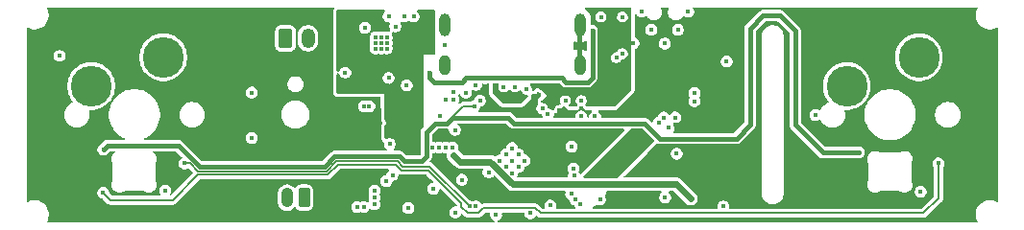
<source format=gbr>
%TF.GenerationSoftware,KiCad,Pcbnew,9.0.3*%
%TF.CreationDate,2025-07-19T05:00:43-04:00*%
%TF.ProjectId,board,626f6172-642e-46b6-9963-61645f706362,rev?*%
%TF.SameCoordinates,Original*%
%TF.FileFunction,Copper,L2,Inr*%
%TF.FilePolarity,Positive*%
%FSLAX46Y46*%
G04 Gerber Fmt 4.6, Leading zero omitted, Abs format (unit mm)*
G04 Created by KiCad (PCBNEW 9.0.3) date 2025-07-19 05:00:43*
%MOMM*%
%LPD*%
G01*
G04 APERTURE LIST*
G04 Aperture macros list*
%AMRoundRect*
0 Rectangle with rounded corners*
0 $1 Rounding radius*
0 $2 $3 $4 $5 $6 $7 $8 $9 X,Y pos of 4 corners*
0 Add a 4 corners polygon primitive as box body*
4,1,4,$2,$3,$4,$5,$6,$7,$8,$9,$2,$3,0*
0 Add four circle primitives for the rounded corners*
1,1,$1+$1,$2,$3*
1,1,$1+$1,$4,$5*
1,1,$1+$1,$6,$7*
1,1,$1+$1,$8,$9*
0 Add four rect primitives between the rounded corners*
20,1,$1+$1,$2,$3,$4,$5,0*
20,1,$1+$1,$4,$5,$6,$7,0*
20,1,$1+$1,$6,$7,$8,$9,0*
20,1,$1+$1,$8,$9,$2,$3,0*%
G04 Aperture macros list end*
%TA.AperFunction,ComponentPad*%
%ADD10RoundRect,0.250000X-0.350000X-0.625000X0.350000X-0.625000X0.350000X0.625000X-0.350000X0.625000X0*%
%TD*%
%TA.AperFunction,ComponentPad*%
%ADD11O,1.200000X1.750000*%
%TD*%
%TA.AperFunction,ComponentPad*%
%ADD12RoundRect,0.250000X0.265000X0.615000X-0.265000X0.615000X-0.265000X-0.615000X0.265000X-0.615000X0*%
%TD*%
%TA.AperFunction,ComponentPad*%
%ADD13O,1.030000X1.730000*%
%TD*%
%TA.AperFunction,ComponentPad*%
%ADD14C,3.600000*%
%TD*%
%TA.AperFunction,ComponentPad*%
%ADD15O,1.000000X1.800000*%
%TD*%
%TA.AperFunction,ComponentPad*%
%ADD16O,1.000000X2.000000*%
%TD*%
%TA.AperFunction,ViaPad*%
%ADD17C,0.450000*%
%TD*%
%TA.AperFunction,Conductor*%
%ADD18C,0.400000*%
%TD*%
%TA.AperFunction,Conductor*%
%ADD19C,0.600000*%
%TD*%
%TA.AperFunction,Conductor*%
%ADD20C,0.200000*%
%TD*%
G04 APERTURE END LIST*
D10*
%TO.N,GND*%
%TO.C,J2*%
X43000000Y-22950000D03*
D11*
%TO.N,VBAT*%
X45000001Y-22950000D03*
%TD*%
D12*
%TO.N,Net-(J3-Pin_1)*%
%TO.C,J3*%
X44650000Y-37025000D03*
D13*
%TO.N,Net-(J3-Pin_2)*%
X43150000Y-37025000D03*
%TD*%
D14*
%TO.N,/BUTTON_L*%
%TO.C,SW1*%
X25890000Y-27160000D03*
%TO.N,GND*%
X32240000Y-24620000D03*
%TD*%
%TO.N,/BUTTON_R*%
%TO.C,SW2*%
X92490000Y-27160000D03*
%TO.N,GND*%
X98840000Y-24620000D03*
%TD*%
D15*
%TO.N,GND*%
%TO.C,J1*%
X57050000Y-25300000D03*
X68950000Y-25300000D03*
D16*
X57050000Y-21800000D03*
X68950000Y-21800000D03*
%TD*%
D17*
%TO.N,3V3*%
X67167158Y-29300000D03*
%TO.N,GND*%
X57050000Y-23575000D03*
X63540000Y-33200000D03*
X53702500Y-27100000D03*
X57950000Y-31050000D03*
X63550000Y-34280000D03*
X76475000Y-37000000D03*
X63000000Y-33750000D03*
X62450000Y-34300000D03*
X71762501Y-23350000D03*
X52700000Y-21900000D03*
X68950000Y-23575000D03*
X77490000Y-33150000D03*
X51437500Y-23850000D03*
X53850000Y-37950000D03*
X61900000Y-33750000D03*
X51940000Y-23850000D03*
X51940000Y-23350000D03*
X71840000Y-28450000D03*
X62470000Y-33210000D03*
X56600000Y-29780000D03*
X54300000Y-21025000D03*
X58000000Y-38325000D03*
X58900000Y-27750000D03*
X70300000Y-28450000D03*
X59800000Y-37800000D03*
X49900000Y-37850000D03*
X70300000Y-29850000D03*
X51900000Y-35575000D03*
X63000000Y-34850000D03*
X77350000Y-29950000D03*
X64100000Y-33750000D03*
X81900000Y-25000000D03*
X63000000Y-32650000D03*
X51942500Y-22860000D03*
X52200000Y-32300000D03*
X70730000Y-37200000D03*
X51440000Y-22860000D03*
X50940000Y-23850000D03*
X76450000Y-23410000D03*
X49950000Y-28950000D03*
X63000000Y-28200000D03*
X32400000Y-36400000D03*
X50942500Y-22860000D03*
X73680000Y-23360000D03*
X51437500Y-23350000D03*
X99000000Y-36500000D03*
X71250000Y-33700000D03*
X48275000Y-25975000D03*
X66240000Y-28300000D03*
X50400000Y-28950000D03*
X68320000Y-28450000D03*
X52100000Y-26450000D03*
X66350000Y-37725000D03*
X56050000Y-36250000D03*
X81600000Y-37800000D03*
X52450000Y-35025000D03*
X50940000Y-23350000D03*
X69725000Y-35150000D03*
X60144974Y-28455026D03*
X78499999Y-20600000D03*
X74400001Y-20600000D03*
X59800000Y-27075000D03*
%TO.N,VBUS*%
X60600000Y-26450000D03*
X70062500Y-22250000D03*
X55700000Y-26000000D03*
X65400000Y-26450000D03*
%TO.N,VSYS*%
X54450000Y-28800000D03*
X51200000Y-21000000D03*
X55710000Y-22130000D03*
X49830000Y-25970000D03*
X55700000Y-22700000D03*
X54650000Y-31880000D03*
X51510000Y-27620000D03*
X52000000Y-27100000D03*
X51500000Y-27100000D03*
X72250000Y-35850000D03*
X78725000Y-37100000D03*
X53600000Y-23325000D03*
X55700000Y-23300000D03*
X57800000Y-33250000D03*
%TO.N,3V3*%
X65910000Y-37200000D03*
X61065000Y-28435000D03*
X64510000Y-28760000D03*
X59275000Y-31425000D03*
X77350000Y-30600000D03*
X62980000Y-29250000D03*
X50730000Y-31860000D03*
X57525000Y-35175000D03*
X50840000Y-30410000D03*
X64940000Y-28340000D03*
X65340000Y-27940000D03*
X51250000Y-31860000D03*
X69650000Y-33950000D03*
X75050000Y-24000000D03*
X50975000Y-35675000D03*
X51330000Y-30410000D03*
X77350000Y-28500000D03*
X75050000Y-26500000D03*
X69080000Y-29150000D03*
%TO.N,1V1*%
X67680000Y-28450000D03*
X69080000Y-28450000D03*
X69080000Y-29850000D03*
%TO.N,/DISP_PIN_CS*%
X68450000Y-35100000D03*
X79050000Y-28500000D03*
%TO.N,/DISP_PIN_RST*%
X68400000Y-34450000D03*
X79050000Y-27800000D03*
%TO.N,/DISP_PIN_SCLK*%
X76350000Y-29950000D03*
X68200000Y-36700000D03*
%TO.N,Net-(J1-DN1)*%
X70812500Y-21050000D03*
X63250000Y-27250000D03*
X62250000Y-27250000D03*
%TO.N,/DISP_PIN_MOSI*%
X75900000Y-30400000D03*
X68545002Y-37160002D03*
%TO.N,/DISP_PIN_DC*%
X76800000Y-30850000D03*
X68960269Y-37557722D03*
%TO.N,/BUTTON_L*%
X60920000Y-34780000D03*
X23100000Y-24500000D03*
%TO.N,/BUTTON_R*%
X64600000Y-38400000D03*
X89715000Y-29715000D03*
%TO.N,/BUTTON_MENU*%
X75250000Y-22200000D03*
X61570000Y-38560000D03*
X77600000Y-22200000D03*
%TO.N,/AUDIO_I2S_DOUT*%
X50850000Y-37000000D03*
X56559994Y-32600000D03*
%TO.N,Net-(J1-DP1)*%
X64250000Y-27450000D03*
X72712500Y-21075000D03*
%TO.N,/AUDIO_I2S_EN*%
X55984991Y-32600000D03*
X50850000Y-36424997D03*
%TO.N,/AUDIO_I2S_LRCK*%
X49324997Y-37850000D03*
X57710000Y-32600000D03*
%TO.N,/AUDIO_I2S_BCLK*%
X50850000Y-37600000D03*
X57134997Y-32600000D03*
%TO.N,/USB_D+*%
X66151249Y-29618701D03*
X72712500Y-24300000D03*
%TO.N,/USB_D-*%
X72172500Y-24650000D03*
X65656274Y-29123726D03*
%TO.N,/PWR_~{PGOOD}*%
X52100000Y-21000000D03*
X57800000Y-28350000D03*
%TO.N,/PWR_~{CHG}*%
X57800000Y-27700000D03*
X53500000Y-21000000D03*
%TO.N,/PWR_CHG_EN*%
X57150000Y-28350000D03*
X50000000Y-22000000D03*
%TO.N,Net-(D1-DIN)*%
X59224997Y-37800000D03*
X34100000Y-34000000D03*
%TO.N,Net-(D1-DOUT)*%
X100550000Y-34000000D03*
X26950000Y-36600000D03*
%TO.N,VSYS_GATED*%
X53500000Y-33800000D03*
X26960000Y-32770000D03*
X59640000Y-28940000D03*
X93550000Y-33030000D03*
%TO.N,Net-(R9-Pad1)*%
X68250000Y-32500000D03*
X40050000Y-31750000D03*
%TO.N,Net-(U2-RUN)*%
X58550000Y-35450000D03*
X40050000Y-27750000D03*
%TD*%
D18*
%TO.N,VBUS*%
X67755000Y-26830000D02*
X67375000Y-26450000D01*
X58950000Y-26450000D02*
X60600000Y-26450000D01*
X55700000Y-26420000D02*
X56130000Y-26850000D01*
X58550000Y-26850000D02*
X58950000Y-26450000D01*
X70062500Y-22250000D02*
X70062500Y-26397500D01*
X70062500Y-26397500D02*
X69630000Y-26830000D01*
X65400000Y-26450000D02*
X60600000Y-26450000D01*
X55700000Y-26000000D02*
X55700000Y-26420000D01*
X67375000Y-26450000D02*
X65400000Y-26450000D01*
X69630000Y-26830000D02*
X67755000Y-26830000D01*
X56130000Y-26850000D02*
X58550000Y-26850000D01*
D19*
%TO.N,VSYS*%
X61050000Y-33850000D02*
X58400000Y-33850000D01*
X63050000Y-35850000D02*
X61050000Y-33850000D01*
X78725000Y-37100000D02*
X77475000Y-35850000D01*
X58400000Y-33850000D02*
X57800000Y-33250000D01*
X77475000Y-35850000D02*
X63050000Y-35850000D01*
D20*
%TO.N,Net-(D1-DIN)*%
X46600000Y-34700000D02*
X35300000Y-34700000D01*
X34600000Y-34000000D02*
X34100000Y-34000000D01*
X52862189Y-33800000D02*
X47500000Y-33800000D01*
X53362189Y-34300000D02*
X52862189Y-33800000D01*
X59224997Y-37800000D02*
X55724997Y-34300000D01*
X47500000Y-33800000D02*
X46600000Y-34700000D01*
X55724997Y-34300000D02*
X53362189Y-34300000D01*
X35300000Y-34700000D02*
X34600000Y-34000000D01*
%TO.N,Net-(D1-DOUT)*%
X59050000Y-38350000D02*
X58524660Y-37824660D01*
X46725678Y-35000000D02*
X46724678Y-35001000D01*
X65500000Y-38400000D02*
X65049000Y-37949000D01*
X55600319Y-34601000D02*
X53237511Y-34601000D01*
X53237511Y-34601000D02*
X52737511Y-34101000D01*
X58524660Y-37824660D02*
X58524660Y-37525341D01*
X58524660Y-37525341D02*
X55600319Y-34601000D01*
X65049000Y-37949000D02*
X60451000Y-37949000D01*
X46724678Y-35001000D02*
X35299000Y-35001000D01*
X47649000Y-34101000D02*
X46750000Y-35000000D01*
X60451000Y-37949000D02*
X60050000Y-38350000D01*
X99250000Y-38400000D02*
X65500000Y-38400000D01*
X46750000Y-35000000D02*
X46725678Y-35000000D01*
X35299000Y-35001000D02*
X33050000Y-37250000D01*
X27600000Y-37250000D02*
X26950000Y-36600000D01*
X33050000Y-37250000D02*
X27600000Y-37250000D01*
X60050000Y-38350000D02*
X59050000Y-38350000D01*
X100550000Y-37100000D02*
X99250000Y-38400000D01*
X100550000Y-34000000D02*
X100550000Y-37100000D01*
X52737511Y-34101000D02*
X47649000Y-34101000D01*
D18*
%TO.N,VSYS_GATED*%
X55430000Y-31245000D02*
X56225000Y-30450000D01*
X82760000Y-31800000D02*
X83950000Y-30610000D01*
X53500000Y-33800000D02*
X54650000Y-33800000D01*
X53500000Y-33800000D02*
X53100000Y-33400000D01*
X63150000Y-30450000D02*
X74650000Y-30450000D01*
X85100000Y-20950000D02*
X86600000Y-20950000D01*
X54650000Y-33800000D02*
X54650999Y-33800999D01*
D20*
X58695000Y-28940000D02*
X57250000Y-30385000D01*
D18*
X62650000Y-29950000D02*
X63150000Y-30450000D01*
X83950000Y-22100000D02*
X85100000Y-20950000D01*
X53028289Y-33399000D02*
X47333900Y-33399000D01*
X90380000Y-33030000D02*
X93550000Y-33030000D01*
X74650000Y-30450000D02*
X76000000Y-31800000D01*
D20*
X57250000Y-30385000D02*
X57250000Y-30450000D01*
D18*
X33570000Y-32400000D02*
X27330000Y-32400000D01*
X46433900Y-34299000D02*
X35469000Y-34299000D01*
X47333900Y-33399000D02*
X46433900Y-34299000D01*
X55430000Y-33369232D02*
X55430000Y-31245000D01*
X57250000Y-30450000D02*
X57750000Y-29950000D01*
X57750000Y-29950000D02*
X62650000Y-29950000D01*
X27330000Y-32400000D02*
X26960000Y-32770000D01*
X76000000Y-31800000D02*
X82760000Y-31800000D01*
X83950000Y-30610000D02*
X83950000Y-22100000D01*
D20*
X59640000Y-28940000D02*
X58695000Y-28940000D01*
D18*
X54650999Y-33800999D02*
X54998233Y-33800999D01*
X35469000Y-34299000D02*
X33570000Y-32400000D01*
X86600000Y-20950000D02*
X87940000Y-22290000D01*
X53029289Y-33400000D02*
X53028289Y-33399000D01*
X87940000Y-22290000D02*
X87940000Y-30590000D01*
X87940000Y-30590000D02*
X90380000Y-33030000D01*
X54998233Y-33800999D02*
X55430000Y-33369232D01*
X56225000Y-30450000D02*
X57250000Y-30450000D01*
X53100000Y-33400000D02*
X53029289Y-33400000D01*
%TD*%
%TA.AperFunction,Conductor*%
%TO.N,3V3*%
G36*
X47269881Y-20222174D02*
G01*
X47291555Y-20274500D01*
X47283518Y-20308040D01*
X47251562Y-20370887D01*
X47251560Y-20370891D01*
X47231876Y-20437924D01*
X47231875Y-20437929D01*
X47219500Y-20523997D01*
X47219500Y-25801735D01*
X47219521Y-25805431D01*
X47219556Y-25808369D01*
X47234040Y-25897755D01*
X47234041Y-25897759D01*
X47242294Y-25923578D01*
X47251162Y-25951320D01*
X47251678Y-25994699D01*
X47231875Y-26062141D01*
X47219500Y-26148207D01*
X47219500Y-27701000D01*
X47226482Y-27765941D01*
X47237687Y-27817450D01*
X47248644Y-27855653D01*
X47248645Y-27855656D01*
X47248646Y-27855658D01*
X47253779Y-27864434D01*
X47305326Y-27952573D01*
X47336024Y-27988000D01*
X47351080Y-28005375D01*
X47395813Y-28047553D01*
X47495889Y-28098439D01*
X47545478Y-28113000D01*
X47562924Y-28118123D01*
X47562925Y-28118123D01*
X47562928Y-28118124D01*
X47649000Y-28130500D01*
X51345831Y-28130500D01*
X51398157Y-28152174D01*
X51419831Y-28204435D01*
X51421412Y-30014873D01*
X51421681Y-30027422D01*
X51422110Y-30037636D01*
X51422111Y-30037642D01*
X51442385Y-30134943D01*
X51470843Y-30208569D01*
X51473002Y-30210566D01*
X51475738Y-30215643D01*
X51481871Y-30233046D01*
X51530666Y-30317563D01*
X51531192Y-30318538D01*
X51531280Y-30319409D01*
X51537528Y-30334491D01*
X51547478Y-30371624D01*
X51550000Y-30390775D01*
X51550000Y-30429222D01*
X51547478Y-30448376D01*
X51537528Y-30485508D01*
X51530136Y-30503353D01*
X51497512Y-30559861D01*
X51485891Y-30579987D01*
X51485888Y-30579992D01*
X51484831Y-30581824D01*
X51482992Y-30585010D01*
X51482194Y-30586393D01*
X51481815Y-30587050D01*
X51481807Y-30587064D01*
X51471807Y-30604385D01*
X51471535Y-30606906D01*
X51469024Y-30611756D01*
X51469023Y-30611758D01*
X51467059Y-30619537D01*
X51461162Y-30627454D01*
X51451217Y-30661430D01*
X51451218Y-30661431D01*
X51445020Y-30682609D01*
X51445019Y-30682610D01*
X51434404Y-30718883D01*
X51434400Y-30718899D01*
X51422103Y-30804964D01*
X51422102Y-30804978D01*
X51422801Y-31605389D01*
X51422801Y-31605397D01*
X51428107Y-31658907D01*
X51428697Y-31664854D01*
X51433459Y-31688739D01*
X51435939Y-31701180D01*
X51436527Y-31703506D01*
X51438939Y-31721636D01*
X51442708Y-31734995D01*
X51446975Y-31745107D01*
X51448419Y-31750499D01*
X51448440Y-31750579D01*
X51473004Y-31842252D01*
X51474216Y-31846651D01*
X51474402Y-31847307D01*
X51479115Y-31862433D01*
X51483328Y-31874817D01*
X51483331Y-31874825D01*
X51497929Y-31901728D01*
X51495764Y-31902673D01*
X51502622Y-31918399D01*
X51511206Y-31936447D01*
X51529565Y-31960032D01*
X51532060Y-31964630D01*
X51532410Y-31965274D01*
X51544950Y-31981221D01*
X51544951Y-31981221D01*
X51560635Y-32001165D01*
X51560635Y-32001166D01*
X51567827Y-32010312D01*
X51575597Y-32020192D01*
X51575603Y-32020200D01*
X51577045Y-32021695D01*
X51579752Y-32024502D01*
X51580171Y-32025040D01*
X51580852Y-32025643D01*
X51618287Y-32064465D01*
X51637173Y-32075227D01*
X51643740Y-32079444D01*
X51662047Y-32092618D01*
X51691859Y-32140773D01*
X51690303Y-32171833D01*
X51674500Y-32230816D01*
X51674500Y-32369185D01*
X51710310Y-32502831D01*
X51710312Y-32502836D01*
X51779495Y-32622665D01*
X51877335Y-32720505D01*
X51945201Y-32759687D01*
X51946460Y-32760414D01*
X51980938Y-32805347D01*
X51973546Y-32861500D01*
X51928613Y-32895978D01*
X51909460Y-32898500D01*
X47268007Y-32898500D01*
X47185882Y-32920505D01*
X47185881Y-32920504D01*
X47140717Y-32932606D01*
X47140712Y-32932608D01*
X47026585Y-32998500D01*
X46248260Y-33776826D01*
X46195934Y-33798500D01*
X35706966Y-33798500D01*
X35654640Y-33776826D01*
X33877314Y-31999500D01*
X33763190Y-31933610D01*
X33763181Y-31933606D01*
X33635894Y-31899500D01*
X33635892Y-31899500D01*
X30642801Y-31899500D01*
X30590475Y-31877826D01*
X30568801Y-31825500D01*
X30590475Y-31773174D01*
X30614482Y-31757133D01*
X30630305Y-31750579D01*
X30697507Y-31722743D01*
X30770130Y-31680814D01*
X39524500Y-31680814D01*
X39524500Y-31819185D01*
X39560310Y-31952831D01*
X39560312Y-31952836D01*
X39629495Y-32072665D01*
X39727335Y-32170505D01*
X39847164Y-32239688D01*
X39980814Y-32275499D01*
X39980815Y-32275500D01*
X39980817Y-32275500D01*
X40119185Y-32275500D01*
X40119185Y-32275499D01*
X40252836Y-32239688D01*
X40372665Y-32170505D01*
X40470505Y-32072665D01*
X40539688Y-31952836D01*
X40575499Y-31819185D01*
X40575500Y-31819185D01*
X40575500Y-31680815D01*
X40575499Y-31680814D01*
X40547280Y-31575500D01*
X40539688Y-31547164D01*
X40470505Y-31427335D01*
X40372665Y-31329495D01*
X40252836Y-31260312D01*
X40252831Y-31260310D01*
X40119185Y-31224500D01*
X40119183Y-31224500D01*
X39980817Y-31224500D01*
X39980815Y-31224500D01*
X39847168Y-31260310D01*
X39847163Y-31260312D01*
X39727334Y-31329495D01*
X39629495Y-31427334D01*
X39560312Y-31547163D01*
X39560310Y-31547168D01*
X39524500Y-31680814D01*
X30770130Y-31680814D01*
X30952994Y-31575238D01*
X31187042Y-31395646D01*
X31395646Y-31187042D01*
X31575238Y-30952994D01*
X31722743Y-30697507D01*
X31835639Y-30424952D01*
X31911993Y-30139993D01*
X31950500Y-29847506D01*
X31950500Y-29611420D01*
X33654499Y-29611420D01*
X33654499Y-29788579D01*
X33682213Y-29963554D01*
X33682215Y-29963565D01*
X33736955Y-30132039D01*
X33736957Y-30132043D01*
X33817383Y-30289886D01*
X33817386Y-30289892D01*
X33918814Y-30429495D01*
X33921516Y-30433214D01*
X34046785Y-30558483D01*
X34046788Y-30558485D01*
X34046789Y-30558486D01*
X34188480Y-30661431D01*
X34190109Y-30662614D01*
X34342462Y-30740242D01*
X34347955Y-30743041D01*
X34347959Y-30743043D01*
X34516433Y-30797783D01*
X34516437Y-30797783D01*
X34516444Y-30797786D01*
X34667494Y-30821710D01*
X34691419Y-30825500D01*
X34691420Y-30825500D01*
X34868579Y-30825500D01*
X34889625Y-30822166D01*
X35043554Y-30797786D01*
X35043562Y-30797783D01*
X35043564Y-30797783D01*
X35212038Y-30743043D01*
X35212038Y-30743042D01*
X35212041Y-30743042D01*
X35369889Y-30662614D01*
X35513213Y-30558483D01*
X35638482Y-30433214D01*
X35742613Y-30289890D01*
X35823041Y-30132042D01*
X35840816Y-30077335D01*
X35877782Y-29963565D01*
X35877782Y-29963563D01*
X35877785Y-29963555D01*
X35905499Y-29788579D01*
X35905499Y-29611421D01*
X35903941Y-29601582D01*
X42649500Y-29601582D01*
X42649500Y-29798417D01*
X42680290Y-29992823D01*
X42680293Y-29992836D01*
X42741113Y-30180019D01*
X42830475Y-30355404D01*
X42944918Y-30512921D01*
X42946172Y-30514646D01*
X43085354Y-30653828D01*
X43085357Y-30653830D01*
X43085358Y-30653831D01*
X43097444Y-30662612D01*
X43244595Y-30769524D01*
X43419975Y-30858884D01*
X43419977Y-30858884D01*
X43419980Y-30858886D01*
X43607163Y-30919706D01*
X43607169Y-30919707D01*
X43607174Y-30919709D01*
X43736500Y-30940192D01*
X43801582Y-30950500D01*
X43801583Y-30950500D01*
X43998418Y-30950500D01*
X44063500Y-30940192D01*
X44192826Y-30919709D01*
X44192833Y-30919706D01*
X44192836Y-30919706D01*
X44380019Y-30858886D01*
X44380019Y-30858885D01*
X44380025Y-30858884D01*
X44555405Y-30769524D01*
X44714646Y-30653828D01*
X44853828Y-30514646D01*
X44969524Y-30355405D01*
X45058884Y-30180025D01*
X45073350Y-30135504D01*
X45119706Y-29992836D01*
X45119706Y-29992833D01*
X45119709Y-29992826D01*
X45150500Y-29798417D01*
X45150500Y-29601583D01*
X45146632Y-29577164D01*
X45140236Y-29536780D01*
X45119709Y-29407174D01*
X45119707Y-29407169D01*
X45119706Y-29407163D01*
X45058886Y-29219980D01*
X45058884Y-29219977D01*
X45058884Y-29219975D01*
X45002904Y-29110107D01*
X44969524Y-29044594D01*
X44879649Y-28920894D01*
X44853828Y-28885354D01*
X44849288Y-28880814D01*
X49424500Y-28880814D01*
X49424500Y-29019185D01*
X49460310Y-29152831D01*
X49460312Y-29152836D01*
X49529495Y-29272665D01*
X49627335Y-29370505D01*
X49747164Y-29439688D01*
X49880814Y-29475499D01*
X49880815Y-29475500D01*
X49880817Y-29475500D01*
X50019185Y-29475500D01*
X50019185Y-29475499D01*
X50152836Y-29439688D01*
X50152836Y-29439687D01*
X50155847Y-29438881D01*
X50194153Y-29438881D01*
X50197163Y-29439687D01*
X50197164Y-29439688D01*
X50330814Y-29475499D01*
X50330815Y-29475500D01*
X50330817Y-29475500D01*
X50469185Y-29475500D01*
X50469185Y-29475499D01*
X50602836Y-29439688D01*
X50722665Y-29370505D01*
X50820505Y-29272665D01*
X50889688Y-29152836D01*
X50925499Y-29019185D01*
X50925500Y-29019185D01*
X50925500Y-28880815D01*
X50925499Y-28880814D01*
X50924083Y-28875531D01*
X50889688Y-28747164D01*
X50820505Y-28627335D01*
X50722665Y-28529495D01*
X50602836Y-28460312D01*
X50602831Y-28460310D01*
X50469185Y-28424500D01*
X50469183Y-28424500D01*
X50330817Y-28424500D01*
X50194152Y-28461119D01*
X50155848Y-28461119D01*
X50019183Y-28424500D01*
X49880817Y-28424500D01*
X49880815Y-28424500D01*
X49747168Y-28460310D01*
X49747163Y-28460312D01*
X49627334Y-28529495D01*
X49529495Y-28627334D01*
X49460312Y-28747163D01*
X49460310Y-28747168D01*
X49424500Y-28880814D01*
X44849288Y-28880814D01*
X44714646Y-28746172D01*
X44714643Y-28746169D01*
X44714641Y-28746168D01*
X44555404Y-28630475D01*
X44380019Y-28541113D01*
X44192836Y-28480293D01*
X44192823Y-28480290D01*
X43998418Y-28449500D01*
X43998417Y-28449500D01*
X43801583Y-28449500D01*
X43801582Y-28449500D01*
X43607176Y-28480290D01*
X43607163Y-28480293D01*
X43419980Y-28541113D01*
X43244595Y-28630475D01*
X43085358Y-28746168D01*
X42946168Y-28885358D01*
X42830475Y-29044595D01*
X42741113Y-29219980D01*
X42680293Y-29407163D01*
X42680290Y-29407176D01*
X42649500Y-29601582D01*
X35903941Y-29601582D01*
X35877785Y-29436445D01*
X35877783Y-29436440D01*
X35877782Y-29436434D01*
X35823042Y-29267960D01*
X35823040Y-29267956D01*
X35810729Y-29243795D01*
X35742613Y-29110110D01*
X35740906Y-29107761D01*
X35638485Y-28966790D01*
X35638484Y-28966789D01*
X35638482Y-28966786D01*
X35513213Y-28841517D01*
X35513210Y-28841514D01*
X35513208Y-28841513D01*
X35369891Y-28737387D01*
X35369885Y-28737384D01*
X35212042Y-28656958D01*
X35212038Y-28656956D01*
X35043564Y-28602216D01*
X35043555Y-28602214D01*
X35043554Y-28602214D01*
X34956066Y-28588357D01*
X34868579Y-28574500D01*
X34868578Y-28574500D01*
X34691420Y-28574500D01*
X34691419Y-28574500D01*
X34516444Y-28602214D01*
X34516433Y-28602216D01*
X34347959Y-28656956D01*
X34347955Y-28656958D01*
X34190112Y-28737384D01*
X34190106Y-28737387D01*
X34046789Y-28841513D01*
X33921512Y-28966790D01*
X33817386Y-29110107D01*
X33817383Y-29110113D01*
X33736957Y-29267956D01*
X33736955Y-29267960D01*
X33682215Y-29436434D01*
X33682213Y-29436445D01*
X33654499Y-29611420D01*
X31950500Y-29611420D01*
X31950500Y-29552494D01*
X31911993Y-29260007D01*
X31835639Y-28975048D01*
X31722743Y-28702493D01*
X31575238Y-28447006D01*
X31395646Y-28212958D01*
X31187042Y-28004354D01*
X30952994Y-27824762D01*
X30749713Y-27707398D01*
X30703669Y-27680814D01*
X39524500Y-27680814D01*
X39524500Y-27819185D01*
X39560310Y-27952831D01*
X39560312Y-27952836D01*
X39629495Y-28072665D01*
X39727335Y-28170505D01*
X39847164Y-28239688D01*
X39980814Y-28275499D01*
X39980815Y-28275500D01*
X39980817Y-28275500D01*
X40119185Y-28275500D01*
X40119185Y-28275499D01*
X40252836Y-28239688D01*
X40372665Y-28170505D01*
X40470505Y-28072665D01*
X40539688Y-27952836D01*
X40575499Y-27819185D01*
X40575500Y-27819185D01*
X40575500Y-27680815D01*
X40575499Y-27680814D01*
X40562102Y-27630817D01*
X40539688Y-27547164D01*
X40470505Y-27427335D01*
X40372665Y-27329495D01*
X40252836Y-27260312D01*
X40252831Y-27260310D01*
X40119185Y-27224500D01*
X40119183Y-27224500D01*
X39980817Y-27224500D01*
X39980815Y-27224500D01*
X39847168Y-27260310D01*
X39847163Y-27260312D01*
X39727334Y-27329495D01*
X39629495Y-27427334D01*
X39560312Y-27547163D01*
X39560310Y-27547168D01*
X39524500Y-27680814D01*
X30703669Y-27680814D01*
X30697506Y-27677256D01*
X30697498Y-27677253D01*
X30424953Y-27564361D01*
X30139991Y-27488006D01*
X29924518Y-27459638D01*
X29847506Y-27449500D01*
X29552494Y-27449500D01*
X29484441Y-27458459D01*
X29260008Y-27488006D01*
X28975046Y-27564361D01*
X28702501Y-27677253D01*
X28702493Y-27677256D01*
X28447010Y-27824759D01*
X28447006Y-27824761D01*
X28447006Y-27824762D01*
X28214937Y-28002836D01*
X28212953Y-28004358D01*
X28004358Y-28212953D01*
X28004354Y-28212957D01*
X28004354Y-28212958D01*
X27871696Y-28385841D01*
X27824759Y-28447010D01*
X27677256Y-28702493D01*
X27677253Y-28702501D01*
X27564361Y-28975046D01*
X27488006Y-29260008D01*
X27459252Y-29478423D01*
X27449500Y-29552494D01*
X27449500Y-29847506D01*
X27455707Y-29894653D01*
X27488006Y-30139991D01*
X27564361Y-30424953D01*
X27677253Y-30697498D01*
X27677256Y-30697506D01*
X27823322Y-30950500D01*
X27824762Y-30952994D01*
X28004354Y-31187042D01*
X28212958Y-31395646D01*
X28447006Y-31575238D01*
X28510474Y-31611881D01*
X28702493Y-31722743D01*
X28702495Y-31722744D01*
X28785518Y-31757133D01*
X28825566Y-31797181D01*
X28825566Y-31853819D01*
X28785518Y-31893867D01*
X28757199Y-31899500D01*
X27264106Y-31899500D01*
X27136818Y-31933606D01*
X27136809Y-31933610D01*
X27022685Y-31999500D01*
X26727875Y-32294309D01*
X26712549Y-32306069D01*
X26637338Y-32349492D01*
X26539495Y-32447334D01*
X26470312Y-32567163D01*
X26470310Y-32567168D01*
X26434500Y-32700814D01*
X26434500Y-32839185D01*
X26470310Y-32972831D01*
X26470312Y-32972836D01*
X26539495Y-33092665D01*
X26637335Y-33190505D01*
X26757164Y-33259688D01*
X26890814Y-33295499D01*
X26890815Y-33295500D01*
X26890817Y-33295500D01*
X27029185Y-33295500D01*
X27029185Y-33295499D01*
X27162836Y-33259688D01*
X27282665Y-33190505D01*
X27380505Y-33092665D01*
X27423934Y-33017441D01*
X27435685Y-33002127D01*
X27515641Y-32922173D01*
X27567966Y-32900500D01*
X27934981Y-32900500D01*
X27987307Y-32922174D01*
X28008981Y-32974500D01*
X27987307Y-33026826D01*
X27972578Y-33038238D01*
X27955876Y-33048089D01*
X27846161Y-33149339D01*
X27760254Y-33271436D01*
X27760251Y-33271443D01*
X27702013Y-33408896D01*
X27702009Y-33408908D01*
X27674049Y-33555549D01*
X27674049Y-33555552D01*
X27677625Y-33704803D01*
X27677626Y-33704805D01*
X27712578Y-33849943D01*
X27712580Y-33849947D01*
X27724328Y-33874441D01*
X27724366Y-33874519D01*
X27724368Y-33874525D01*
X27727547Y-33881154D01*
X27727555Y-33881292D01*
X27743435Y-33914288D01*
X27743694Y-33914828D01*
X27743694Y-33914838D01*
X27745860Y-33919805D01*
X27759164Y-33953726D01*
X27762421Y-33964291D01*
X27769905Y-33997107D01*
X27771551Y-34008040D01*
X27774294Y-34044706D01*
X27774500Y-34050235D01*
X27774495Y-34094306D01*
X27774501Y-34094367D01*
X27774501Y-35450057D01*
X27774294Y-35455585D01*
X27773869Y-35461253D01*
X27771568Y-35491952D01*
X27769923Y-35502873D01*
X27762432Y-35535721D01*
X27759177Y-35546283D01*
X27746138Y-35579535D01*
X27743967Y-35584523D01*
X27743673Y-35585136D01*
X27730577Y-35612439D01*
X27727546Y-35618740D01*
X27727544Y-35618761D01*
X27718875Y-35636835D01*
X27712541Y-35650040D01*
X27677587Y-35795186D01*
X27677586Y-35795190D01*
X27674827Y-35910310D01*
X27674009Y-35944448D01*
X27698805Y-36074500D01*
X27701973Y-36091111D01*
X27701974Y-36091116D01*
X27760216Y-36228575D01*
X27760219Y-36228582D01*
X27820777Y-36314651D01*
X27846131Y-36350686D01*
X27955850Y-36451942D01*
X28084446Y-36527797D01*
X28226142Y-36574844D01*
X28374570Y-36590969D01*
X28374570Y-36590968D01*
X28374571Y-36590969D01*
X28424067Y-36585795D01*
X28523063Y-36575447D01*
X28664948Y-36528975D01*
X28690341Y-36514183D01*
X28694871Y-36511545D01*
X28695028Y-36511525D01*
X28726744Y-36492988D01*
X28726756Y-36492987D01*
X28732391Y-36490019D01*
X28771243Y-36471692D01*
X28783450Y-36467199D01*
X28821745Y-36456827D01*
X28834547Y-36454545D01*
X28869225Y-36451477D01*
X28877033Y-36450787D01*
X28883553Y-36450499D01*
X30429579Y-36450499D01*
X30429589Y-36450503D01*
X30466227Y-36450499D01*
X30472719Y-36450785D01*
X30515479Y-36454560D01*
X30528297Y-36456841D01*
X30566554Y-36467196D01*
X30566580Y-36467203D01*
X30578805Y-36471700D01*
X30617402Y-36489899D01*
X30623145Y-36492922D01*
X30655006Y-36511537D01*
X30660826Y-36514937D01*
X30661764Y-36515365D01*
X30685069Y-36528940D01*
X30826946Y-36575409D01*
X30947324Y-36587992D01*
X30975429Y-36590930D01*
X30975429Y-36590929D01*
X30975431Y-36590930D01*
X31123851Y-36574805D01*
X31265539Y-36527761D01*
X31394128Y-36451910D01*
X31503841Y-36350659D01*
X31589748Y-36228559D01*
X31603050Y-36197163D01*
X31647988Y-36091103D01*
X31647988Y-36091100D01*
X31647991Y-36091095D01*
X31675952Y-35944444D01*
X31672374Y-35795193D01*
X31637420Y-35650049D01*
X31622444Y-35618828D01*
X31622436Y-35618671D01*
X31606289Y-35585136D01*
X31606288Y-35585123D01*
X31604130Y-35580175D01*
X31590812Y-35546239D01*
X31587554Y-35535679D01*
X31580061Y-35502848D01*
X31578414Y-35491921D01*
X31577616Y-35481284D01*
X31575706Y-35455808D01*
X31575499Y-35450275D01*
X31575499Y-34049949D01*
X31575706Y-34044416D01*
X31576825Y-34029495D01*
X31578432Y-34008068D01*
X31580078Y-33997152D01*
X31587572Y-33964319D01*
X31590823Y-33953778D01*
X31604049Y-33920073D01*
X31606205Y-33915122D01*
X31616989Y-33892638D01*
X31616990Y-33892635D01*
X31622436Y-33881327D01*
X31622438Y-33881277D01*
X31637460Y-33849961D01*
X31672416Y-33704809D01*
X31675992Y-33555550D01*
X31648029Y-33408890D01*
X31648026Y-33408884D01*
X31648026Y-33408881D01*
X31589784Y-33271422D01*
X31589781Y-33271415D01*
X31532507Y-33190014D01*
X31503870Y-33149312D01*
X31501553Y-33147174D01*
X31429646Y-33080814D01*
X31394151Y-33048057D01*
X31377501Y-33038235D01*
X31343446Y-32992984D01*
X31351362Y-32936903D01*
X31396616Y-32902846D01*
X31415100Y-32900500D01*
X33332034Y-32900500D01*
X33384360Y-32922174D01*
X33876731Y-33414545D01*
X33898405Y-33466871D01*
X33876731Y-33519197D01*
X33861405Y-33530957D01*
X33777334Y-33579495D01*
X33679495Y-33677334D01*
X33610312Y-33797163D01*
X33610310Y-33797168D01*
X33574500Y-33930814D01*
X33574500Y-34069185D01*
X33610310Y-34202831D01*
X33610312Y-34202836D01*
X33679495Y-34322665D01*
X33777335Y-34420505D01*
X33897164Y-34489688D01*
X34030814Y-34525499D01*
X34030815Y-34525500D01*
X34030817Y-34525500D01*
X34169185Y-34525500D01*
X34169185Y-34525499D01*
X34302836Y-34489688D01*
X34393428Y-34437384D01*
X34449578Y-34429992D01*
X34482752Y-34449145D01*
X34831281Y-34797674D01*
X34852955Y-34850000D01*
X34831281Y-34902326D01*
X32957817Y-36775789D01*
X32905491Y-36797463D01*
X32853165Y-36775789D01*
X32831491Y-36723463D01*
X32841404Y-36686466D01*
X32889688Y-36602836D01*
X32925499Y-36469185D01*
X32925500Y-36469185D01*
X32925500Y-36330815D01*
X32925499Y-36330814D01*
X32921094Y-36314376D01*
X32889688Y-36197164D01*
X32820505Y-36077335D01*
X32722665Y-35979495D01*
X32602836Y-35910312D01*
X32602831Y-35910310D01*
X32469185Y-35874500D01*
X32469183Y-35874500D01*
X32330817Y-35874500D01*
X32330815Y-35874500D01*
X32197168Y-35910310D01*
X32197163Y-35910312D01*
X32077334Y-35979495D01*
X31979495Y-36077334D01*
X31910312Y-36197163D01*
X31910310Y-36197168D01*
X31874500Y-36330814D01*
X31874500Y-36469185D01*
X31910310Y-36602831D01*
X31910312Y-36602836D01*
X31979495Y-36722665D01*
X31980004Y-36723174D01*
X31980143Y-36723510D01*
X31982448Y-36726514D01*
X31981643Y-36727131D01*
X32001678Y-36775500D01*
X31980004Y-36827826D01*
X31927678Y-36849500D01*
X27796545Y-36849500D01*
X27744219Y-36827826D01*
X27497174Y-36580781D01*
X27478348Y-36535332D01*
X27476133Y-36535624D01*
X27475500Y-36530821D01*
X27475500Y-36530817D01*
X27439688Y-36397164D01*
X27370505Y-36277335D01*
X27272665Y-36179495D01*
X27152836Y-36110312D01*
X27152831Y-36110310D01*
X27019185Y-36074500D01*
X27019183Y-36074500D01*
X26880817Y-36074500D01*
X26880815Y-36074500D01*
X26747168Y-36110310D01*
X26747163Y-36110312D01*
X26627334Y-36179495D01*
X26529495Y-36277334D01*
X26460312Y-36397163D01*
X26460310Y-36397168D01*
X26424500Y-36530814D01*
X26424500Y-36669185D01*
X26460310Y-36802831D01*
X26460312Y-36802836D01*
X26529495Y-36922665D01*
X26627335Y-37020505D01*
X26747164Y-37089688D01*
X26880817Y-37125500D01*
X26880822Y-37125500D01*
X26885624Y-37126133D01*
X26885332Y-37128348D01*
X26930781Y-37147174D01*
X27354087Y-37570480D01*
X27354089Y-37570481D01*
X27354090Y-37570482D01*
X27401070Y-37597606D01*
X27445412Y-37623207D01*
X27547273Y-37650500D01*
X27547274Y-37650500D01*
X33102726Y-37650500D01*
X33102727Y-37650500D01*
X33204588Y-37623207D01*
X33295913Y-37570480D01*
X34271713Y-36594680D01*
X42334500Y-36594680D01*
X42334500Y-37455320D01*
X42338005Y-37472939D01*
X42365837Y-37612866D01*
X42365839Y-37612873D01*
X42427312Y-37761283D01*
X42510124Y-37885219D01*
X42516560Y-37894851D01*
X42630149Y-38008440D01*
X42763716Y-38097687D01*
X42912127Y-38159161D01*
X43069680Y-38190500D01*
X43069681Y-38190500D01*
X43230319Y-38190500D01*
X43230320Y-38190500D01*
X43387873Y-38159161D01*
X43536284Y-38097687D01*
X43669851Y-38008440D01*
X43783162Y-37895128D01*
X43835487Y-37873455D01*
X43887813Y-37895129D01*
X43899991Y-37911188D01*
X43900636Y-37912336D01*
X43900639Y-37912342D01*
X43992078Y-38032922D01*
X44112658Y-38124361D01*
X44253436Y-38179877D01*
X44324764Y-38188442D01*
X44341896Y-38190500D01*
X44341898Y-38190500D01*
X44958104Y-38190500D01*
X44973722Y-38188624D01*
X45046564Y-38179877D01*
X45187342Y-38124361D01*
X45307922Y-38032922D01*
X45399361Y-37912342D01*
X45451229Y-37780814D01*
X48799497Y-37780814D01*
X48799497Y-37919185D01*
X48835307Y-38052831D01*
X48835308Y-38052834D01*
X48835309Y-38052836D01*
X48904492Y-38172665D01*
X49002332Y-38270505D01*
X49122161Y-38339688D01*
X49255811Y-38375499D01*
X49255812Y-38375500D01*
X49255814Y-38375500D01*
X49394182Y-38375500D01*
X49394182Y-38375499D01*
X49527833Y-38339688D01*
X49527835Y-38339686D01*
X49527837Y-38339686D01*
X49575497Y-38312169D01*
X49631650Y-38304775D01*
X49649498Y-38312168D01*
X49697164Y-38339688D01*
X49830814Y-38375499D01*
X49830815Y-38375500D01*
X49830817Y-38375500D01*
X49969185Y-38375500D01*
X49969185Y-38375499D01*
X50102836Y-38339688D01*
X50222665Y-38270505D01*
X50320505Y-38172665D01*
X50389688Y-38052836D01*
X50392435Y-38042583D01*
X50426910Y-37997651D01*
X50483063Y-37990256D01*
X50516239Y-38009409D01*
X50527335Y-38020505D01*
X50647164Y-38089688D01*
X50780814Y-38125499D01*
X50780815Y-38125500D01*
X50780817Y-38125500D01*
X50919185Y-38125500D01*
X50919185Y-38125499D01*
X51052836Y-38089688D01*
X51172665Y-38020505D01*
X51270505Y-37922665D01*
X51294668Y-37880814D01*
X53324500Y-37880814D01*
X53324500Y-38019185D01*
X53360310Y-38152831D01*
X53360312Y-38152836D01*
X53429495Y-38272665D01*
X53527335Y-38370505D01*
X53647164Y-38439688D01*
X53780814Y-38475499D01*
X53780815Y-38475500D01*
X53780817Y-38475500D01*
X53919185Y-38475500D01*
X53919185Y-38475499D01*
X54052836Y-38439688D01*
X54172665Y-38370505D01*
X54270505Y-38272665D01*
X54339688Y-38152836D01*
X54375499Y-38019185D01*
X54375500Y-38019185D01*
X54375500Y-37880815D01*
X54375499Y-37880814D01*
X54375403Y-37880457D01*
X54339688Y-37747164D01*
X54270505Y-37627335D01*
X54172665Y-37529495D01*
X54052836Y-37460312D01*
X54052831Y-37460310D01*
X53919185Y-37424500D01*
X53919183Y-37424500D01*
X53780817Y-37424500D01*
X53780815Y-37424500D01*
X53647168Y-37460310D01*
X53647163Y-37460312D01*
X53527334Y-37529495D01*
X53429495Y-37627334D01*
X53360312Y-37747163D01*
X53360310Y-37747168D01*
X53324500Y-37880814D01*
X51294668Y-37880814D01*
X51318828Y-37838967D01*
X51318829Y-37838966D01*
X51328287Y-37822581D01*
X51339688Y-37802836D01*
X51375499Y-37669185D01*
X51375500Y-37669185D01*
X51375500Y-37530815D01*
X51375499Y-37530814D01*
X51373182Y-37522168D01*
X51355271Y-37455320D01*
X51339689Y-37397167D01*
X51339687Y-37397162D01*
X51304952Y-37337000D01*
X51297559Y-37280848D01*
X51304952Y-37263000D01*
X51312309Y-37250257D01*
X51339688Y-37202836D01*
X51375499Y-37069185D01*
X51375500Y-37069185D01*
X51375500Y-36930815D01*
X51375499Y-36930814D01*
X51372736Y-36920504D01*
X51339688Y-36797164D01*
X51312168Y-36749498D01*
X51304775Y-36693346D01*
X51312169Y-36675497D01*
X51339686Y-36627837D01*
X51339689Y-36627829D01*
X51339689Y-36627828D01*
X51375499Y-36494182D01*
X51375500Y-36494182D01*
X51375500Y-36355812D01*
X51375499Y-36355811D01*
X51368801Y-36330815D01*
X51339688Y-36222161D01*
X51270505Y-36102332D01*
X51172665Y-36004492D01*
X51052836Y-35935309D01*
X51052831Y-35935307D01*
X50919185Y-35899497D01*
X50919183Y-35899497D01*
X50780817Y-35899497D01*
X50780815Y-35899497D01*
X50647168Y-35935307D01*
X50647163Y-35935309D01*
X50527334Y-36004492D01*
X50429495Y-36102331D01*
X50360312Y-36222160D01*
X50360310Y-36222165D01*
X50324500Y-36355811D01*
X50324500Y-36494182D01*
X50360310Y-36627828D01*
X50360314Y-36627837D01*
X50387831Y-36675499D01*
X50395223Y-36731651D01*
X50387831Y-36749497D01*
X50360312Y-36797164D01*
X50360312Y-36797165D01*
X50360310Y-36797168D01*
X50324500Y-36930814D01*
X50324500Y-37069185D01*
X50360310Y-37202831D01*
X50360314Y-37202840D01*
X50395047Y-37263001D01*
X50396095Y-37270965D01*
X50401319Y-37277071D01*
X50399361Y-37295775D01*
X50402439Y-37319154D01*
X50396925Y-37333537D01*
X50396027Y-37335301D01*
X50360312Y-37397164D01*
X50355560Y-37414895D01*
X50352050Y-37421801D01*
X50335967Y-37435561D01*
X50323083Y-37452351D01*
X50315119Y-37453399D01*
X50309015Y-37458622D01*
X50287914Y-37456980D01*
X50266931Y-37459742D01*
X50258133Y-37454662D01*
X50252549Y-37454228D01*
X50247831Y-37448714D01*
X50233760Y-37440590D01*
X50222665Y-37429495D01*
X50102836Y-37360312D01*
X50102831Y-37360310D01*
X49969185Y-37324500D01*
X49969183Y-37324500D01*
X49830817Y-37324500D01*
X49830815Y-37324500D01*
X49697168Y-37360310D01*
X49697165Y-37360311D01*
X49697164Y-37360312D01*
X49655367Y-37384443D01*
X49649497Y-37387832D01*
X49593344Y-37395223D01*
X49575499Y-37387831D01*
X49527837Y-37360314D01*
X49527828Y-37360310D01*
X49394182Y-37324500D01*
X49394180Y-37324500D01*
X49255814Y-37324500D01*
X49255812Y-37324500D01*
X49122165Y-37360310D01*
X49122160Y-37360312D01*
X49002331Y-37429495D01*
X48904492Y-37527334D01*
X48835309Y-37647163D01*
X48835307Y-37647168D01*
X48799497Y-37780814D01*
X45451229Y-37780814D01*
X45454877Y-37771564D01*
X45465500Y-37683102D01*
X45465500Y-36366898D01*
X45454877Y-36278436D01*
X45399361Y-36137658D01*
X45307922Y-36017078D01*
X45253094Y-35975500D01*
X45187341Y-35925638D01*
X45099091Y-35890837D01*
X45046564Y-35870123D01*
X45017076Y-35866582D01*
X44958104Y-35859500D01*
X44958102Y-35859500D01*
X44341898Y-35859500D01*
X44341896Y-35859500D01*
X44253436Y-35870123D01*
X44112658Y-35925638D01*
X43992078Y-36017077D01*
X43992076Y-36017079D01*
X43900641Y-36137653D01*
X43899991Y-36138811D01*
X43899429Y-36139252D01*
X43897580Y-36141691D01*
X43896941Y-36141206D01*
X43855454Y-36173799D01*
X43799220Y-36167048D01*
X43783161Y-36154870D01*
X43728790Y-36100499D01*
X43669851Y-36041560D01*
X43669847Y-36041557D01*
X43536283Y-35952312D01*
X43387873Y-35890839D01*
X43387866Y-35890837D01*
X43269173Y-35867228D01*
X43230320Y-35859500D01*
X43069680Y-35859500D01*
X43038512Y-35865699D01*
X42912133Y-35890837D01*
X42912126Y-35890839D01*
X42763716Y-35952312D01*
X42630152Y-36041557D01*
X42516557Y-36155152D01*
X42427312Y-36288716D01*
X42365839Y-36437126D01*
X42365837Y-36437133D01*
X42338333Y-36575408D01*
X42334500Y-36594680D01*
X34271713Y-36594680D01*
X35443219Y-35423174D01*
X35495545Y-35401500D01*
X46777407Y-35401500D01*
X46780195Y-35401133D01*
X46789852Y-35400500D01*
X46802726Y-35400500D01*
X46802727Y-35400500D01*
X46904588Y-35373207D01*
X46995913Y-35320480D01*
X47793219Y-34523174D01*
X47845545Y-34501500D01*
X52051678Y-34501500D01*
X52104004Y-34523174D01*
X52125678Y-34575500D01*
X52104004Y-34627826D01*
X52029495Y-34702334D01*
X51960312Y-34822163D01*
X51960310Y-34822168D01*
X51924500Y-34955814D01*
X51924500Y-34975500D01*
X51902826Y-35027826D01*
X51850500Y-35049500D01*
X51830815Y-35049500D01*
X51697168Y-35085310D01*
X51697163Y-35085312D01*
X51577334Y-35154495D01*
X51479495Y-35252334D01*
X51410312Y-35372163D01*
X51410310Y-35372168D01*
X51374500Y-35505814D01*
X51374500Y-35644185D01*
X51410310Y-35777831D01*
X51410312Y-35777836D01*
X51479495Y-35897665D01*
X51577335Y-35995505D01*
X51697164Y-36064688D01*
X51830814Y-36100499D01*
X51830815Y-36100500D01*
X51830817Y-36100500D01*
X51969185Y-36100500D01*
X51969185Y-36100499D01*
X52102836Y-36064688D01*
X52222665Y-35995505D01*
X52320505Y-35897665D01*
X52389688Y-35777836D01*
X52425499Y-35644185D01*
X52425500Y-35644185D01*
X52425500Y-35624500D01*
X52447174Y-35572174D01*
X52499500Y-35550500D01*
X52519185Y-35550500D01*
X52519185Y-35550499D01*
X52652836Y-35514688D01*
X52772665Y-35445505D01*
X52870505Y-35347665D01*
X52939688Y-35227836D01*
X52975499Y-35094185D01*
X52975500Y-35094185D01*
X52975500Y-35040358D01*
X52997174Y-34988032D01*
X53049500Y-34966358D01*
X53077778Y-34973940D01*
X53078438Y-34972349D01*
X53082919Y-34974204D01*
X53082923Y-34974207D01*
X53184784Y-35001500D01*
X53290238Y-35001500D01*
X55403774Y-35001500D01*
X55456100Y-35023174D01*
X55802406Y-35369480D01*
X56031101Y-35598174D01*
X56052775Y-35650500D01*
X56031101Y-35702826D01*
X55985348Y-35721777D01*
X55985624Y-35723867D01*
X55980814Y-35724500D01*
X55847168Y-35760310D01*
X55847163Y-35760312D01*
X55727334Y-35829495D01*
X55629495Y-35927334D01*
X55560312Y-36047163D01*
X55560310Y-36047168D01*
X55524500Y-36180814D01*
X55524500Y-36319185D01*
X55560310Y-36452831D01*
X55560312Y-36452836D01*
X55629495Y-36572665D01*
X55727335Y-36670505D01*
X55847164Y-36739688D01*
X55980814Y-36775499D01*
X55980815Y-36775500D01*
X55980817Y-36775500D01*
X56119185Y-36775500D01*
X56119185Y-36775499D01*
X56252836Y-36739688D01*
X56372665Y-36670505D01*
X56470505Y-36572665D01*
X56539688Y-36452836D01*
X56575500Y-36319183D01*
X56575500Y-36319177D01*
X56576133Y-36314376D01*
X56578222Y-36314651D01*
X56597174Y-36268899D01*
X56649500Y-36247225D01*
X56701826Y-36268899D01*
X58102486Y-37669559D01*
X58124160Y-37721885D01*
X58124160Y-37725500D01*
X58102486Y-37777826D01*
X58050160Y-37799500D01*
X57930815Y-37799500D01*
X57797168Y-37835310D01*
X57797163Y-37835312D01*
X57677334Y-37904495D01*
X57579495Y-38002334D01*
X57510312Y-38122163D01*
X57510310Y-38122168D01*
X57474500Y-38255814D01*
X57474500Y-38394185D01*
X57510310Y-38527831D01*
X57510312Y-38527835D01*
X57510312Y-38527836D01*
X57579495Y-38647665D01*
X57677335Y-38745505D01*
X57797164Y-38814688D01*
X57930814Y-38850499D01*
X57930815Y-38850500D01*
X57930817Y-38850500D01*
X58069185Y-38850500D01*
X58069185Y-38850499D01*
X58202836Y-38814688D01*
X58322665Y-38745505D01*
X58420505Y-38647665D01*
X58489688Y-38527836D01*
X58492811Y-38516180D01*
X58527288Y-38471248D01*
X58583440Y-38463854D01*
X58616612Y-38483005D01*
X58804087Y-38670480D01*
X58895412Y-38723207D01*
X58997273Y-38750500D01*
X58997274Y-38750500D01*
X60102726Y-38750500D01*
X60102727Y-38750500D01*
X60204588Y-38723207D01*
X60295913Y-38670480D01*
X60595218Y-38371173D01*
X60647544Y-38349500D01*
X60985927Y-38349500D01*
X61038253Y-38371174D01*
X61059927Y-38423500D01*
X61057405Y-38442653D01*
X61044500Y-38490814D01*
X61044500Y-38629185D01*
X61080310Y-38762831D01*
X61080312Y-38762836D01*
X61149495Y-38882665D01*
X61247335Y-38980505D01*
X61367164Y-39049688D01*
X61367168Y-39049689D01*
X61383338Y-39054022D01*
X61428271Y-39088500D01*
X61435663Y-39144653D01*
X61401185Y-39189586D01*
X61364185Y-39199500D01*
X22067882Y-39199500D01*
X22015556Y-39177826D01*
X21993882Y-39125500D01*
X22003339Y-39089304D01*
X22043775Y-39017199D01*
X22043776Y-39017197D01*
X22043779Y-39017192D01*
X22050543Y-38997964D01*
X22115691Y-38812750D01*
X22115691Y-38812749D01*
X22115692Y-38812747D01*
X22151368Y-38598978D01*
X22149742Y-38382260D01*
X22110864Y-38169051D01*
X22035891Y-37965707D01*
X21927060Y-37778290D01*
X21787613Y-37612385D01*
X21621709Y-37472939D01*
X21500122Y-37402335D01*
X21434294Y-37364109D01*
X21434291Y-37364108D01*
X21230947Y-37289136D01*
X21017737Y-37250257D01*
X20801023Y-37248632D01*
X20801022Y-37248632D01*
X20801020Y-37248632D01*
X20677879Y-37269183D01*
X20587249Y-37284308D01*
X20382804Y-37356222D01*
X20310696Y-37396661D01*
X20254455Y-37403350D01*
X20209956Y-37368313D01*
X20200500Y-37332117D01*
X20200500Y-29611420D01*
X23494501Y-29611420D01*
X23494501Y-29788579D01*
X23522215Y-29963554D01*
X23522217Y-29963565D01*
X23576957Y-30132039D01*
X23576959Y-30132043D01*
X23657385Y-30289886D01*
X23657388Y-30289892D01*
X23758816Y-30429495D01*
X23761518Y-30433214D01*
X23886787Y-30558483D01*
X23886790Y-30558485D01*
X23886791Y-30558486D01*
X24028482Y-30661431D01*
X24030111Y-30662614D01*
X24182464Y-30740242D01*
X24187957Y-30743041D01*
X24187961Y-30743043D01*
X24356435Y-30797783D01*
X24356439Y-30797783D01*
X24356446Y-30797786D01*
X24507496Y-30821710D01*
X24531421Y-30825500D01*
X24531422Y-30825500D01*
X24708581Y-30825500D01*
X24729627Y-30822166D01*
X24883556Y-30797786D01*
X24883564Y-30797783D01*
X24883566Y-30797783D01*
X25052040Y-30743043D01*
X25052040Y-30743042D01*
X25052043Y-30743042D01*
X25209891Y-30662614D01*
X25353215Y-30558483D01*
X25478484Y-30433214D01*
X25582615Y-30289890D01*
X25663043Y-30132042D01*
X25680818Y-30077335D01*
X25717784Y-29963565D01*
X25717784Y-29963563D01*
X25717787Y-29963555D01*
X25745501Y-29788579D01*
X25745501Y-29611421D01*
X25717787Y-29436445D01*
X25717784Y-29436438D01*
X25717784Y-29436434D01*
X25692094Y-29357367D01*
X25696538Y-29300904D01*
X25739605Y-29264122D01*
X25762472Y-29260500D01*
X26027672Y-29260500D01*
X26027674Y-29260500D01*
X26300666Y-29224560D01*
X26566632Y-29153295D01*
X26821021Y-29047923D01*
X27059479Y-28910249D01*
X27264003Y-28753313D01*
X27277922Y-28742633D01*
X27277923Y-28742631D01*
X27277928Y-28742628D01*
X27472628Y-28547928D01*
X27477858Y-28541113D01*
X27562490Y-28430817D01*
X27640249Y-28329479D01*
X27777923Y-28091021D01*
X27883295Y-27836632D01*
X27954560Y-27570666D01*
X27990500Y-27297674D01*
X27990500Y-27022326D01*
X27978478Y-26931007D01*
X43199500Y-26931007D01*
X43199500Y-26960907D01*
X43199500Y-27068993D01*
X43202813Y-27085649D01*
X43226418Y-27204322D01*
X43226421Y-27204332D01*
X43279223Y-27331808D01*
X43343051Y-27427334D01*
X43355886Y-27446542D01*
X43453458Y-27544114D01*
X43568189Y-27620775D01*
X43568190Y-27620775D01*
X43568191Y-27620776D01*
X43695667Y-27673578D01*
X43695672Y-27673580D01*
X43831007Y-27700500D01*
X43831009Y-27700500D01*
X43968991Y-27700500D01*
X43968993Y-27700500D01*
X44104328Y-27673580D01*
X44231811Y-27620775D01*
X44346542Y-27544114D01*
X44444114Y-27446542D01*
X44520775Y-27331811D01*
X44573580Y-27204328D01*
X44600500Y-27068993D01*
X44600500Y-26931007D01*
X44573580Y-26795672D01*
X44520775Y-26668189D01*
X44444114Y-26553458D01*
X44346542Y-26455886D01*
X44231811Y-26379225D01*
X44231810Y-26379224D01*
X44231808Y-26379223D01*
X44104332Y-26326421D01*
X44104322Y-26326418D01*
X44013694Y-26308391D01*
X43968993Y-26299500D01*
X43831007Y-26299500D01*
X43792642Y-26307131D01*
X43695677Y-26326418D01*
X43695667Y-26326421D01*
X43568191Y-26379223D01*
X43453461Y-26455883D01*
X43355883Y-26553461D01*
X43279223Y-26668191D01*
X43226421Y-26795667D01*
X43226418Y-26795677D01*
X43203945Y-26908656D01*
X43199500Y-26931007D01*
X27978478Y-26931007D01*
X27954560Y-26749334D01*
X27883295Y-26483368D01*
X27777923Y-26228979D01*
X27650299Y-26007928D01*
X27640251Y-25990524D01*
X27640247Y-25990518D01*
X27472633Y-25772077D01*
X27277922Y-25577366D01*
X27059481Y-25409752D01*
X27059475Y-25409748D01*
X26821020Y-25272076D01*
X26821017Y-25272075D01*
X26566631Y-25166704D01*
X26300664Y-25095439D01*
X26099552Y-25068962D01*
X26027674Y-25059500D01*
X25752326Y-25059500D01*
X25688810Y-25067862D01*
X25479335Y-25095439D01*
X25213368Y-25166704D01*
X24958982Y-25272075D01*
X24958979Y-25272076D01*
X24720524Y-25409748D01*
X24720518Y-25409752D01*
X24502077Y-25577366D01*
X24307366Y-25772077D01*
X24139752Y-25990518D01*
X24139748Y-25990524D01*
X24002076Y-26228979D01*
X24002075Y-26228982D01*
X23896704Y-26483368D01*
X23825439Y-26749335D01*
X23807801Y-26883314D01*
X23789500Y-27022326D01*
X23789500Y-27297674D01*
X23793689Y-27329495D01*
X23825439Y-27570664D01*
X23896704Y-27836631D01*
X24002075Y-28091017D01*
X24002076Y-28091020D01*
X24139748Y-28329475D01*
X24139752Y-28329481D01*
X24286765Y-28521073D01*
X24301424Y-28575780D01*
X24273105Y-28624829D01*
X24250924Y-28636499D01*
X24187962Y-28656956D01*
X24187957Y-28656958D01*
X24030114Y-28737384D01*
X24030108Y-28737387D01*
X23886791Y-28841513D01*
X23761514Y-28966790D01*
X23657388Y-29110107D01*
X23657385Y-29110113D01*
X23576959Y-29267956D01*
X23576957Y-29267960D01*
X23522217Y-29436434D01*
X23522215Y-29436445D01*
X23494501Y-29611420D01*
X20200500Y-29611420D01*
X20200500Y-24430814D01*
X22574500Y-24430814D01*
X22574500Y-24569185D01*
X22610310Y-24702831D01*
X22610312Y-24702836D01*
X22679495Y-24822665D01*
X22777335Y-24920505D01*
X22897164Y-24989688D01*
X23030814Y-25025499D01*
X23030815Y-25025500D01*
X23030817Y-25025500D01*
X23169185Y-25025500D01*
X23169185Y-25025499D01*
X23302836Y-24989688D01*
X23422665Y-24920505D01*
X23520505Y-24822665D01*
X23589688Y-24702836D01*
X23625499Y-24569185D01*
X23625500Y-24569185D01*
X23625500Y-24482326D01*
X30139500Y-24482326D01*
X30139500Y-24757674D01*
X30147858Y-24821158D01*
X30175439Y-25030664D01*
X30246704Y-25296631D01*
X30352075Y-25551017D01*
X30352076Y-25551020D01*
X30489748Y-25789475D01*
X30489752Y-25789481D01*
X30657366Y-26007922D01*
X30852077Y-26202633D01*
X31070518Y-26370247D01*
X31070524Y-26370251D01*
X31308979Y-26507923D01*
X31563368Y-26613295D01*
X31829334Y-26684560D01*
X32102326Y-26720500D01*
X32102328Y-26720500D01*
X32377672Y-26720500D01*
X32377674Y-26720500D01*
X32650666Y-26684560D01*
X32916632Y-26613295D01*
X33171021Y-26507923D01*
X33409479Y-26370249D01*
X33593587Y-26228979D01*
X33627922Y-26202633D01*
X33627923Y-26202631D01*
X33627928Y-26202628D01*
X33822628Y-26007928D01*
X33835983Y-25990524D01*
X33975754Y-25808369D01*
X33990249Y-25789479D01*
X34127923Y-25551021D01*
X34233295Y-25296632D01*
X34304560Y-25030666D01*
X34340500Y-24757674D01*
X34340500Y-24482326D01*
X34304560Y-24209334D01*
X34233295Y-23943368D01*
X34127923Y-23688979D01*
X34087003Y-23618104D01*
X42099499Y-23618104D01*
X42110123Y-23706563D01*
X42165638Y-23847341D01*
X42236690Y-23941036D01*
X42257078Y-23967922D01*
X42377658Y-24059361D01*
X42518436Y-24114877D01*
X42589764Y-24123442D01*
X42606896Y-24125500D01*
X42606898Y-24125500D01*
X43393104Y-24125500D01*
X43408722Y-24123624D01*
X43481564Y-24114877D01*
X43622342Y-24059361D01*
X43742922Y-23967922D01*
X43834361Y-23847342D01*
X43889877Y-23706564D01*
X43900500Y-23618102D01*
X43900500Y-22586309D01*
X44099501Y-22586309D01*
X44099501Y-23313691D01*
X44104897Y-23340817D01*
X44134105Y-23487660D01*
X44134108Y-23487670D01*
X44201986Y-23651544D01*
X44288155Y-23780505D01*
X44300537Y-23799035D01*
X44425966Y-23924464D01*
X44573454Y-24023013D01*
X44573455Y-24023013D01*
X44573456Y-24023014D01*
X44709815Y-24079495D01*
X44737335Y-24090894D01*
X44911310Y-24125500D01*
X44911312Y-24125500D01*
X45088690Y-24125500D01*
X45088692Y-24125500D01*
X45262667Y-24090894D01*
X45426548Y-24023013D01*
X45574036Y-23924464D01*
X45699465Y-23799035D01*
X45798014Y-23651547D01*
X45865895Y-23487666D01*
X45900501Y-23313691D01*
X45900501Y-22586309D01*
X45865895Y-22412334D01*
X45835091Y-22337966D01*
X45798015Y-22248455D01*
X45780771Y-22222648D01*
X45699465Y-22100965D01*
X45574036Y-21975536D01*
X45563389Y-21968422D01*
X45426545Y-21876985D01*
X45262671Y-21809107D01*
X45262661Y-21809104D01*
X45142097Y-21785123D01*
X45088692Y-21774500D01*
X44911310Y-21774500D01*
X44861990Y-21784310D01*
X44737340Y-21809104D01*
X44737330Y-21809107D01*
X44573456Y-21876985D01*
X44425969Y-21975533D01*
X44300534Y-22100968D01*
X44201986Y-22248455D01*
X44134108Y-22412329D01*
X44134105Y-22412339D01*
X44111106Y-22527966D01*
X44099501Y-22586309D01*
X43900500Y-22586309D01*
X43900500Y-22281898D01*
X43898973Y-22269185D01*
X43893560Y-22224108D01*
X43889877Y-22193436D01*
X43834361Y-22052658D01*
X43742922Y-21932078D01*
X43681188Y-21885263D01*
X43622341Y-21840638D01*
X43500742Y-21792686D01*
X43481564Y-21785123D01*
X43452076Y-21781582D01*
X43393104Y-21774500D01*
X43393102Y-21774500D01*
X42606898Y-21774500D01*
X42606896Y-21774500D01*
X42518436Y-21785123D01*
X42377658Y-21840638D01*
X42257078Y-21932077D01*
X42257077Y-21932078D01*
X42165638Y-22052658D01*
X42110123Y-22193436D01*
X42101027Y-22269185D01*
X42099500Y-22281898D01*
X42099500Y-23618102D01*
X42099500Y-23618104D01*
X42099499Y-23618104D01*
X34087003Y-23618104D01*
X33990249Y-23450521D01*
X33990247Y-23450518D01*
X33822633Y-23232077D01*
X33627922Y-23037366D01*
X33409481Y-22869752D01*
X33409475Y-22869748D01*
X33171020Y-22732076D01*
X33171017Y-22732075D01*
X32916631Y-22626704D01*
X32650664Y-22555439D01*
X32441980Y-22527966D01*
X32377674Y-22519500D01*
X32102326Y-22519500D01*
X32038810Y-22527862D01*
X31829335Y-22555439D01*
X31563368Y-22626704D01*
X31308982Y-22732075D01*
X31308979Y-22732076D01*
X31070524Y-22869748D01*
X31070518Y-22869752D01*
X30852077Y-23037366D01*
X30657366Y-23232077D01*
X30489752Y-23450518D01*
X30489748Y-23450524D01*
X30352076Y-23688979D01*
X30352075Y-23688982D01*
X30246704Y-23943368D01*
X30175439Y-24209335D01*
X30146281Y-24430817D01*
X30139500Y-24482326D01*
X23625500Y-24482326D01*
X23625500Y-24430815D01*
X23625499Y-24430814D01*
X23603154Y-24347422D01*
X23589688Y-24297164D01*
X23520505Y-24177335D01*
X23422665Y-24079495D01*
X23302836Y-24010312D01*
X23302831Y-24010310D01*
X23169185Y-23974500D01*
X23169183Y-23974500D01*
X23030817Y-23974500D01*
X23030815Y-23974500D01*
X22897168Y-24010310D01*
X22897163Y-24010312D01*
X22777334Y-24079495D01*
X22679495Y-24177334D01*
X22610312Y-24297163D01*
X22610310Y-24297168D01*
X22574500Y-24430814D01*
X20200500Y-24430814D01*
X20200500Y-22067067D01*
X20222174Y-22014741D01*
X20274500Y-21993067D01*
X20310728Y-22002543D01*
X20382490Y-22042843D01*
X20385140Y-22043778D01*
X20586733Y-22114910D01*
X20586737Y-22114910D01*
X20586741Y-22114912D01*
X20800331Y-22150856D01*
X21016920Y-22149609D01*
X21016929Y-22149607D01*
X21016932Y-22149607D01*
X21083016Y-22137701D01*
X21230081Y-22111206D01*
X21433488Y-22036789D01*
X21621105Y-21928566D01*
X21787363Y-21789747D01*
X21927329Y-21624454D01*
X22036849Y-21437590D01*
X22112672Y-21234703D01*
X22152549Y-21021813D01*
X22154324Y-20881898D01*
X22155296Y-20805241D01*
X22154909Y-20802836D01*
X22120831Y-20591404D01*
X22116721Y-20579495D01*
X22067870Y-20437929D01*
X22050178Y-20386660D01*
X22012345Y-20318186D01*
X22007981Y-20310287D01*
X22001647Y-20254005D01*
X22036965Y-20209729D01*
X22072752Y-20200500D01*
X47217555Y-20200500D01*
X47269881Y-20222174D01*
G37*
%TD.AperFunction*%
%TA.AperFunction,Conductor*%
G36*
X76796744Y-20222174D02*
G01*
X76818418Y-20274500D01*
X76805947Y-20315611D01*
X76804226Y-20318186D01*
X76804224Y-20318190D01*
X76751421Y-20445667D01*
X76751418Y-20445677D01*
X76724500Y-20581008D01*
X76724500Y-20718991D01*
X76751418Y-20854322D01*
X76751421Y-20854332D01*
X76804223Y-20981808D01*
X76876305Y-21089687D01*
X76880886Y-21096542D01*
X76978458Y-21194114D01*
X77093189Y-21270775D01*
X77093190Y-21270775D01*
X77093191Y-21270776D01*
X77203485Y-21316461D01*
X77220672Y-21323580D01*
X77356007Y-21350500D01*
X77356009Y-21350500D01*
X77493991Y-21350500D01*
X77493993Y-21350500D01*
X77629328Y-21323580D01*
X77756811Y-21270775D01*
X77871542Y-21194114D01*
X77969114Y-21096542D01*
X78032877Y-21001113D01*
X78079967Y-20969649D01*
X78135516Y-20980698D01*
X78146729Y-20989900D01*
X78177334Y-21020505D01*
X78297163Y-21089688D01*
X78430813Y-21125499D01*
X78430814Y-21125500D01*
X78430816Y-21125500D01*
X78569184Y-21125500D01*
X78569184Y-21125499D01*
X78702835Y-21089688D01*
X78822664Y-21020505D01*
X78920504Y-20922665D01*
X78989687Y-20802836D01*
X79025498Y-20669185D01*
X79025499Y-20669185D01*
X79025499Y-20530815D01*
X79025498Y-20530814D01*
X79025350Y-20530263D01*
X78989687Y-20397164D01*
X78940228Y-20311499D01*
X78932837Y-20255347D01*
X78967315Y-20210414D01*
X79004315Y-20200500D01*
X103932118Y-20200500D01*
X103984444Y-20222174D01*
X104006118Y-20274500D01*
X103996661Y-20310696D01*
X103956225Y-20382798D01*
X103956223Y-20382802D01*
X103884308Y-20587250D01*
X103877654Y-20627124D01*
X103848632Y-20801020D01*
X103848632Y-20801022D01*
X103848632Y-20801023D01*
X103850257Y-21017738D01*
X103889136Y-21230948D01*
X103964108Y-21434292D01*
X103964109Y-21434295D01*
X104072938Y-21621707D01*
X104072940Y-21621710D01*
X104212386Y-21787614D01*
X104378290Y-21927060D01*
X104401678Y-21940641D01*
X104565704Y-22035890D01*
X104565705Y-22035890D01*
X104565708Y-22035892D01*
X104769052Y-22110864D01*
X104982261Y-22149742D01*
X105198980Y-22151368D01*
X105412748Y-22115692D01*
X105617194Y-22043778D01*
X105689305Y-22003337D01*
X105745544Y-21996647D01*
X105790043Y-22031684D01*
X105799500Y-22067881D01*
X105799500Y-37332117D01*
X105777826Y-37384443D01*
X105725500Y-37406117D01*
X105689304Y-37396661D01*
X105628991Y-37362838D01*
X105617194Y-37356222D01*
X105617193Y-37356221D01*
X105617192Y-37356221D01*
X105617187Y-37356219D01*
X105412749Y-37284308D01*
X105350186Y-37273867D01*
X105198980Y-37248632D01*
X105198976Y-37248632D01*
X104982261Y-37250257D01*
X104769051Y-37289136D01*
X104565707Y-37364108D01*
X104565704Y-37364109D01*
X104378292Y-37472938D01*
X104212386Y-37612386D01*
X104072938Y-37778292D01*
X103964109Y-37965704D01*
X103964108Y-37965707D01*
X103889136Y-38169051D01*
X103850257Y-38382261D01*
X103848880Y-38565961D01*
X103848632Y-38598980D01*
X103873086Y-38745504D01*
X103884308Y-38812749D01*
X103956223Y-39017197D01*
X103956225Y-39017201D01*
X103996661Y-39089304D01*
X104003352Y-39145544D01*
X103968314Y-39190043D01*
X103932118Y-39199500D01*
X61775815Y-39199500D01*
X61723489Y-39177826D01*
X61701815Y-39125500D01*
X61723489Y-39073174D01*
X61756662Y-39054022D01*
X61762939Y-39052339D01*
X61772836Y-39049688D01*
X61892665Y-38980505D01*
X61990505Y-38882665D01*
X62059688Y-38762836D01*
X62095499Y-38629185D01*
X62095500Y-38629185D01*
X62095500Y-38490815D01*
X62095499Y-38490814D01*
X62082595Y-38442653D01*
X62089987Y-38386500D01*
X62134920Y-38352022D01*
X62154073Y-38349500D01*
X64000500Y-38349500D01*
X64052826Y-38371174D01*
X64074500Y-38423500D01*
X64074500Y-38469185D01*
X64110310Y-38602831D01*
X64110312Y-38602836D01*
X64179495Y-38722665D01*
X64277335Y-38820505D01*
X64397164Y-38889688D01*
X64530814Y-38925499D01*
X64530815Y-38925500D01*
X64530817Y-38925500D01*
X64669185Y-38925500D01*
X64669185Y-38925499D01*
X64802836Y-38889688D01*
X64922665Y-38820505D01*
X65020505Y-38722665D01*
X65058584Y-38656709D01*
X65103513Y-38622234D01*
X65159666Y-38629625D01*
X65174993Y-38641386D01*
X65179519Y-38645912D01*
X65179520Y-38645913D01*
X65254087Y-38720480D01*
X65345413Y-38773207D01*
X65447270Y-38800499D01*
X65447271Y-38800500D01*
X65447273Y-38800500D01*
X99302726Y-38800500D01*
X99302727Y-38800500D01*
X99404588Y-38773207D01*
X99495913Y-38720480D01*
X100795910Y-37420481D01*
X100795913Y-37420480D01*
X100870480Y-37345913D01*
X100923207Y-37254587D01*
X100929789Y-37230024D01*
X100950500Y-37152729D01*
X100950501Y-37152729D01*
X100950501Y-37042744D01*
X100950500Y-37042726D01*
X100950500Y-34373322D01*
X100969324Y-34327874D01*
X100967552Y-34326514D01*
X100970503Y-34322667D01*
X100970505Y-34322665D01*
X101039688Y-34202836D01*
X101075499Y-34069185D01*
X101075500Y-34069185D01*
X101075500Y-33930815D01*
X101075499Y-33930814D01*
X101072626Y-33920093D01*
X101039688Y-33797164D01*
X100970505Y-33677335D01*
X100872665Y-33579495D01*
X100752836Y-33510312D01*
X100752831Y-33510310D01*
X100619185Y-33474500D01*
X100619183Y-33474500D01*
X100480817Y-33474500D01*
X100480815Y-33474500D01*
X100347168Y-33510310D01*
X100347163Y-33510312D01*
X100227334Y-33579495D01*
X100129495Y-33677334D01*
X100060312Y-33797163D01*
X100060310Y-33797168D01*
X100024500Y-33930814D01*
X100024500Y-34069185D01*
X100060310Y-34202831D01*
X100060312Y-34202836D01*
X100129496Y-34322667D01*
X100132448Y-34326514D01*
X100130675Y-34327874D01*
X100149500Y-34373322D01*
X100149500Y-36903455D01*
X100127826Y-36955781D01*
X99105781Y-37977826D01*
X99053455Y-37999500D01*
X82187021Y-37999500D01*
X82134695Y-37977826D01*
X82113021Y-37925500D01*
X82115542Y-37906348D01*
X82121203Y-37885219D01*
X82125500Y-37869183D01*
X82125500Y-37730817D01*
X82125500Y-37730815D01*
X82125499Y-37730814D01*
X82124197Y-37725956D01*
X82089688Y-37597164D01*
X82020505Y-37477335D01*
X81922665Y-37379495D01*
X81802836Y-37310312D01*
X81802831Y-37310310D01*
X81669185Y-37274500D01*
X81669183Y-37274500D01*
X81530817Y-37274500D01*
X81530815Y-37274500D01*
X81397168Y-37310310D01*
X81397163Y-37310312D01*
X81277334Y-37379495D01*
X81179495Y-37477334D01*
X81110312Y-37597163D01*
X81110310Y-37597168D01*
X81074500Y-37730814D01*
X81074500Y-37730817D01*
X81074500Y-37869183D01*
X81078797Y-37885219D01*
X81084458Y-37906348D01*
X81077065Y-37962501D01*
X81032131Y-37996979D01*
X81012979Y-37999500D01*
X70161194Y-37999500D01*
X70108868Y-37977826D01*
X70087194Y-37925500D01*
X70108868Y-37873174D01*
X70221489Y-37760553D01*
X70338150Y-37643891D01*
X70390475Y-37622218D01*
X70427472Y-37632131D01*
X70527164Y-37689688D01*
X70660814Y-37725499D01*
X70660815Y-37725500D01*
X70660817Y-37725500D01*
X70799185Y-37725500D01*
X70799185Y-37725499D01*
X70932836Y-37689688D01*
X71052665Y-37620505D01*
X71150505Y-37522665D01*
X71219688Y-37402836D01*
X71255499Y-37269185D01*
X71255500Y-37269185D01*
X71255500Y-37130815D01*
X71255499Y-37130814D01*
X71252736Y-37120504D01*
X71219688Y-36997164D01*
X71161590Y-36896536D01*
X71154199Y-36840384D01*
X71166144Y-36816606D01*
X71165780Y-36816363D01*
X71210461Y-36749497D01*
X71221744Y-36732612D01*
X71250769Y-36669056D01*
X71270553Y-36610839D01*
X71274311Y-36521393D01*
X71298163Y-36470024D01*
X71348246Y-36450500D01*
X76102678Y-36450500D01*
X76155004Y-36472174D01*
X76176678Y-36524500D01*
X76155004Y-36576826D01*
X76054495Y-36677334D01*
X75985312Y-36797163D01*
X75985310Y-36797168D01*
X75949500Y-36930814D01*
X75949500Y-37069185D01*
X75985310Y-37202831D01*
X75985312Y-37202836D01*
X76054495Y-37322665D01*
X76152335Y-37420505D01*
X76272164Y-37489688D01*
X76405814Y-37525499D01*
X76405815Y-37525500D01*
X76405817Y-37525500D01*
X76544185Y-37525500D01*
X76544185Y-37525499D01*
X76677836Y-37489688D01*
X76797665Y-37420505D01*
X76895505Y-37322665D01*
X76964688Y-37202836D01*
X77000499Y-37069185D01*
X77000500Y-37069185D01*
X77000500Y-36930815D01*
X77000499Y-36930814D01*
X76997736Y-36920504D01*
X76964688Y-36797164D01*
X76895505Y-36677335D01*
X76797665Y-36579495D01*
X76794996Y-36576826D01*
X76773322Y-36524500D01*
X76794996Y-36472174D01*
X76847322Y-36450500D01*
X77195613Y-36450500D01*
X77247939Y-36472174D01*
X78356284Y-37580519D01*
X78356286Y-37580520D01*
X78356287Y-37580521D01*
X78493213Y-37659576D01*
X78493215Y-37659577D01*
X78493216Y-37659577D01*
X78493218Y-37659578D01*
X78537838Y-37671534D01*
X78645940Y-37700500D01*
X78645941Y-37700501D01*
X78645943Y-37700501D01*
X78804059Y-37700501D01*
X78804059Y-37700500D01*
X78956785Y-37659577D01*
X79093716Y-37580519D01*
X79205519Y-37468716D01*
X79284577Y-37331785D01*
X79325500Y-37179059D01*
X79325501Y-37179059D01*
X79325501Y-37020941D01*
X79325500Y-37020940D01*
X79325383Y-37020505D01*
X79293854Y-36902836D01*
X79284578Y-36868218D01*
X79284576Y-36868213D01*
X79205521Y-36731287D01*
X79205520Y-36731286D01*
X79205519Y-36731284D01*
X77959740Y-35485505D01*
X77959738Y-35485502D01*
X77843715Y-35369479D01*
X77756904Y-35319360D01*
X77756902Y-35319359D01*
X77706788Y-35290424D01*
X77706781Y-35290421D01*
X77554059Y-35249499D01*
X77554057Y-35249499D01*
X77395943Y-35249499D01*
X77391413Y-35249499D01*
X77391397Y-35249500D01*
X72911194Y-35249500D01*
X72858868Y-35227826D01*
X72837194Y-35175500D01*
X72858868Y-35123174D01*
X73895026Y-34087016D01*
X74901227Y-33080814D01*
X76964500Y-33080814D01*
X76964500Y-33219185D01*
X77000310Y-33352831D01*
X77000312Y-33352836D01*
X77069495Y-33472665D01*
X77167335Y-33570505D01*
X77287164Y-33639688D01*
X77420814Y-33675499D01*
X77420815Y-33675500D01*
X77420817Y-33675500D01*
X77559185Y-33675500D01*
X77559185Y-33675499D01*
X77692836Y-33639688D01*
X77812665Y-33570505D01*
X77910505Y-33472665D01*
X77979688Y-33352836D01*
X78015499Y-33219185D01*
X78015500Y-33219185D01*
X78015500Y-33080815D01*
X78015499Y-33080814D01*
X78007107Y-33049496D01*
X77979688Y-32947164D01*
X77910505Y-32827335D01*
X77812665Y-32729495D01*
X77692836Y-32660312D01*
X77692831Y-32660310D01*
X77559185Y-32624500D01*
X77559183Y-32624500D01*
X77420817Y-32624500D01*
X77420815Y-32624500D01*
X77287168Y-32660310D01*
X77287163Y-32660312D01*
X77167334Y-32729495D01*
X77069495Y-32827334D01*
X77000312Y-32947163D01*
X77000310Y-32947168D01*
X76964500Y-33080814D01*
X74901227Y-33080814D01*
X75684788Y-32297253D01*
X75700755Y-32277439D01*
X75750462Y-32250297D01*
X75795372Y-32259787D01*
X75806808Y-32266389D01*
X75806811Y-32266390D01*
X75806814Y-32266392D01*
X75806815Y-32266392D01*
X75806817Y-32266393D01*
X75847650Y-32277334D01*
X75934104Y-32300499D01*
X75934105Y-32300500D01*
X75934107Y-32300500D01*
X82825894Y-32300500D01*
X82825894Y-32300499D01*
X82953186Y-32266392D01*
X83067314Y-32200500D01*
X84350500Y-30917314D01*
X84416392Y-30803186D01*
X84450499Y-30675895D01*
X84450500Y-30675895D01*
X84450500Y-22666838D01*
X84999500Y-22666838D01*
X84999500Y-36733161D01*
X85028379Y-36896946D01*
X85073352Y-37020505D01*
X85085264Y-37053233D01*
X85168422Y-37197267D01*
X85275327Y-37324673D01*
X85402733Y-37431578D01*
X85546767Y-37514736D01*
X85703053Y-37571620D01*
X85866842Y-37600500D01*
X85866846Y-37600500D01*
X86033154Y-37600500D01*
X86033158Y-37600500D01*
X86196947Y-37571620D01*
X86353233Y-37514736D01*
X86497267Y-37431578D01*
X86624673Y-37324673D01*
X86731578Y-37197267D01*
X86814736Y-37053233D01*
X86871620Y-36896947D01*
X86900500Y-36733158D01*
X86900500Y-36650000D01*
X86900500Y-36610118D01*
X86900500Y-35944448D01*
X94274009Y-35944448D01*
X94298805Y-36074500D01*
X94301973Y-36091111D01*
X94301974Y-36091116D01*
X94360216Y-36228575D01*
X94360219Y-36228582D01*
X94420777Y-36314651D01*
X94446131Y-36350686D01*
X94555850Y-36451942D01*
X94684446Y-36527797D01*
X94826142Y-36574844D01*
X94974570Y-36590969D01*
X94974570Y-36590968D01*
X94974571Y-36590969D01*
X95024067Y-36585795D01*
X95123063Y-36575447D01*
X95264948Y-36528975D01*
X95290341Y-36514183D01*
X95294871Y-36511545D01*
X95295028Y-36511525D01*
X95326744Y-36492988D01*
X95326756Y-36492987D01*
X95332391Y-36490019D01*
X95371243Y-36471692D01*
X95383450Y-36467199D01*
X95421745Y-36456827D01*
X95434547Y-36454545D01*
X95469225Y-36451477D01*
X95477033Y-36450787D01*
X95483553Y-36450499D01*
X97029579Y-36450499D01*
X97029589Y-36450503D01*
X97066227Y-36450499D01*
X97072719Y-36450785D01*
X97115479Y-36454560D01*
X97128297Y-36456841D01*
X97166554Y-36467196D01*
X97166580Y-36467203D01*
X97178805Y-36471700D01*
X97217402Y-36489899D01*
X97223145Y-36492922D01*
X97255006Y-36511537D01*
X97260826Y-36514937D01*
X97261764Y-36515365D01*
X97285069Y-36528940D01*
X97426946Y-36575409D01*
X97547324Y-36587992D01*
X97575429Y-36590930D01*
X97575429Y-36590929D01*
X97575431Y-36590930D01*
X97723851Y-36574805D01*
X97865539Y-36527761D01*
X97994128Y-36451910D01*
X98016987Y-36430814D01*
X98474500Y-36430814D01*
X98474500Y-36569185D01*
X98510310Y-36702831D01*
X98510312Y-36702836D01*
X98579495Y-36822665D01*
X98677335Y-36920505D01*
X98797164Y-36989688D01*
X98930814Y-37025499D01*
X98930815Y-37025500D01*
X98930817Y-37025500D01*
X99069185Y-37025500D01*
X99069185Y-37025499D01*
X99202836Y-36989688D01*
X99322665Y-36920505D01*
X99420505Y-36822665D01*
X99489688Y-36702836D01*
X99525499Y-36569185D01*
X99525500Y-36569185D01*
X99525500Y-36430815D01*
X99525499Y-36430814D01*
X99511169Y-36377335D01*
X99489688Y-36297164D01*
X99420505Y-36177335D01*
X99322665Y-36079495D01*
X99202836Y-36010312D01*
X99202831Y-36010310D01*
X99069185Y-35974500D01*
X99069183Y-35974500D01*
X98930817Y-35974500D01*
X98930815Y-35974500D01*
X98797168Y-36010310D01*
X98797163Y-36010312D01*
X98677334Y-36079495D01*
X98579495Y-36177334D01*
X98510312Y-36297163D01*
X98510310Y-36297168D01*
X98474500Y-36430814D01*
X98016987Y-36430814D01*
X98103841Y-36350659D01*
X98189748Y-36228559D01*
X98203050Y-36197163D01*
X98247988Y-36091103D01*
X98247988Y-36091100D01*
X98247991Y-36091095D01*
X98275952Y-35944444D01*
X98272374Y-35795193D01*
X98237420Y-35650049D01*
X98222444Y-35618828D01*
X98222436Y-35618671D01*
X98206289Y-35585136D01*
X98206288Y-35585123D01*
X98204130Y-35580175D01*
X98190812Y-35546239D01*
X98187554Y-35535679D01*
X98180061Y-35502848D01*
X98178414Y-35491921D01*
X98177616Y-35481284D01*
X98175706Y-35455808D01*
X98175499Y-35450275D01*
X98175499Y-34049949D01*
X98175706Y-34044416D01*
X98176825Y-34029495D01*
X98178432Y-34008068D01*
X98180078Y-33997152D01*
X98187572Y-33964319D01*
X98190823Y-33953778D01*
X98204049Y-33920073D01*
X98206205Y-33915122D01*
X98216989Y-33892638D01*
X98216990Y-33892635D01*
X98222436Y-33881327D01*
X98222438Y-33881277D01*
X98237460Y-33849961D01*
X98272416Y-33704809D01*
X98275992Y-33555550D01*
X98248029Y-33408890D01*
X98248026Y-33408884D01*
X98248026Y-33408881D01*
X98189784Y-33271422D01*
X98189781Y-33271415D01*
X98132507Y-33190014D01*
X98103870Y-33149312D01*
X98101553Y-33147174D01*
X98029646Y-33080814D01*
X97994151Y-33048057D01*
X97994143Y-33048052D01*
X97865558Y-32972202D01*
X97865551Y-32972199D01*
X97723859Y-32925154D01*
X97575433Y-32909029D01*
X97575429Y-32909028D01*
X97426936Y-32924551D01*
X97285057Y-32971019D01*
X97261501Y-32984739D01*
X97261498Y-32984740D01*
X97255137Y-32988443D01*
X97255005Y-32988462D01*
X97224194Y-33006463D01*
X97223297Y-33006986D01*
X97223283Y-33006987D01*
X97217617Y-33009972D01*
X97178794Y-33028277D01*
X97166568Y-33032774D01*
X97128299Y-33043132D01*
X97115472Y-33045415D01*
X97072454Y-33049212D01*
X97065941Y-33049499D01*
X97022561Y-33049495D01*
X97022509Y-33049500D01*
X95527759Y-33049500D01*
X95520421Y-33049499D01*
X95520410Y-33049495D01*
X95488401Y-33049498D01*
X95483776Y-33049498D01*
X95483774Y-33049497D01*
X95477273Y-33049211D01*
X95434524Y-33045438D01*
X95421696Y-33043155D01*
X95383417Y-33032794D01*
X95371194Y-33028297D01*
X95332608Y-33010103D01*
X95326840Y-33007066D01*
X95309190Y-32996754D01*
X95294995Y-32988461D01*
X95294994Y-32988460D01*
X95289312Y-32985141D01*
X95288334Y-32984691D01*
X95267979Y-32972836D01*
X95264930Y-32971060D01*
X95264928Y-32971059D01*
X95264926Y-32971058D01*
X95123054Y-32924592D01*
X94974570Y-32909070D01*
X94974565Y-32909071D01*
X94826148Y-32925195D01*
X94684466Y-32972238D01*
X94684463Y-32972239D01*
X94684462Y-32972240D01*
X94656994Y-32988443D01*
X94555876Y-33048089D01*
X94446161Y-33149339D01*
X94360254Y-33271436D01*
X94360251Y-33271443D01*
X94302013Y-33408896D01*
X94302009Y-33408908D01*
X94274049Y-33555549D01*
X94274049Y-33555552D01*
X94277625Y-33704803D01*
X94277626Y-33704805D01*
X94312578Y-33849943D01*
X94312580Y-33849947D01*
X94324328Y-33874441D01*
X94324366Y-33874519D01*
X94324368Y-33874525D01*
X94327547Y-33881154D01*
X94327555Y-33881292D01*
X94343435Y-33914288D01*
X94343694Y-33914828D01*
X94343694Y-33914838D01*
X94345860Y-33919805D01*
X94359164Y-33953726D01*
X94362421Y-33964291D01*
X94369905Y-33997107D01*
X94371551Y-34008040D01*
X94374294Y-34044706D01*
X94374500Y-34050235D01*
X94374495Y-34094306D01*
X94374501Y-34094367D01*
X94374501Y-35450057D01*
X94374294Y-35455585D01*
X94373869Y-35461253D01*
X94371568Y-35491952D01*
X94369923Y-35502873D01*
X94362432Y-35535721D01*
X94359177Y-35546283D01*
X94346138Y-35579535D01*
X94343967Y-35584523D01*
X94343673Y-35585136D01*
X94330577Y-35612439D01*
X94327546Y-35618740D01*
X94327544Y-35618761D01*
X94318875Y-35636835D01*
X94312541Y-35650040D01*
X94277587Y-35795186D01*
X94277586Y-35795190D01*
X94274827Y-35910310D01*
X94274009Y-35944448D01*
X86900500Y-35944448D01*
X86900500Y-22710118D01*
X86900500Y-22666842D01*
X86871620Y-22503053D01*
X86814736Y-22346767D01*
X86731578Y-22202733D01*
X86624673Y-22075327D01*
X86497267Y-21968422D01*
X86353233Y-21885264D01*
X86330487Y-21876985D01*
X86196946Y-21828379D01*
X86033161Y-21799500D01*
X86033158Y-21799500D01*
X85989882Y-21799500D01*
X85950000Y-21799500D01*
X85866842Y-21799500D01*
X85866838Y-21799500D01*
X85703053Y-21828379D01*
X85546769Y-21885263D01*
X85546767Y-21885263D01*
X85546767Y-21885264D01*
X85465683Y-21932078D01*
X85402733Y-21968422D01*
X85275327Y-22075327D01*
X85168422Y-22202733D01*
X85085263Y-22346769D01*
X85028379Y-22503053D01*
X84999500Y-22666838D01*
X84450500Y-22666838D01*
X84450500Y-22337966D01*
X84472174Y-22285640D01*
X85285640Y-21472174D01*
X85337966Y-21450500D01*
X86362034Y-21450500D01*
X86414360Y-21472174D01*
X87417826Y-22475640D01*
X87439500Y-22527966D01*
X87439500Y-30655894D01*
X87473606Y-30783181D01*
X87473610Y-30783190D01*
X87535097Y-30889687D01*
X87539500Y-30897314D01*
X90072686Y-33430500D01*
X90186814Y-33496392D01*
X90186815Y-33496392D01*
X90186817Y-33496393D01*
X90238757Y-33510310D01*
X90314104Y-33530499D01*
X90314105Y-33530500D01*
X90314107Y-33530500D01*
X90314108Y-33530500D01*
X93377772Y-33530500D01*
X93396922Y-33533020D01*
X93480817Y-33555500D01*
X93480818Y-33555500D01*
X93619185Y-33555500D01*
X93619185Y-33555499D01*
X93752836Y-33519688D01*
X93872665Y-33450505D01*
X93970505Y-33352665D01*
X94039688Y-33232836D01*
X94075499Y-33099185D01*
X94075500Y-33099185D01*
X94075500Y-32960815D01*
X94075499Y-32960814D01*
X94065793Y-32924592D01*
X94039688Y-32827164D01*
X93970505Y-32707335D01*
X93872665Y-32609495D01*
X93752836Y-32540312D01*
X93752831Y-32540310D01*
X93619185Y-32504500D01*
X93619183Y-32504500D01*
X93480817Y-32504500D01*
X93396922Y-32526979D01*
X93377772Y-32529500D01*
X90617966Y-32529500D01*
X90565640Y-32507826D01*
X88462174Y-30404360D01*
X88440500Y-30352034D01*
X88440500Y-29645814D01*
X89189500Y-29645814D01*
X89189500Y-29784185D01*
X89225310Y-29917831D01*
X89225312Y-29917836D01*
X89294495Y-30037665D01*
X89392335Y-30135505D01*
X89512164Y-30204688D01*
X89645814Y-30240499D01*
X89645815Y-30240500D01*
X89645817Y-30240500D01*
X89784185Y-30240500D01*
X89784185Y-30240499D01*
X89917836Y-30204688D01*
X90037665Y-30135505D01*
X90059090Y-30114079D01*
X90111415Y-30092405D01*
X90163741Y-30114078D01*
X90177350Y-30132810D01*
X90257385Y-30289886D01*
X90257388Y-30289892D01*
X90358816Y-30429495D01*
X90361518Y-30433214D01*
X90486787Y-30558483D01*
X90486790Y-30558485D01*
X90486791Y-30558486D01*
X90628482Y-30661431D01*
X90630111Y-30662614D01*
X90782464Y-30740242D01*
X90787957Y-30743041D01*
X90787961Y-30743043D01*
X90956435Y-30797783D01*
X90956439Y-30797783D01*
X90956446Y-30797786D01*
X91107496Y-30821710D01*
X91131421Y-30825500D01*
X91131422Y-30825500D01*
X91308581Y-30825500D01*
X91329627Y-30822166D01*
X91483556Y-30797786D01*
X91483564Y-30797783D01*
X91483566Y-30797783D01*
X91652040Y-30743043D01*
X91652040Y-30743042D01*
X91652043Y-30743042D01*
X91809891Y-30662614D01*
X91953215Y-30558483D01*
X92078484Y-30433214D01*
X92182615Y-30289890D01*
X92263043Y-30132042D01*
X92280818Y-30077335D01*
X92317784Y-29963565D01*
X92317784Y-29963563D01*
X92317787Y-29963555D01*
X92345501Y-29788579D01*
X92345501Y-29611421D01*
X92343943Y-29601582D01*
X92337618Y-29561647D01*
X92336168Y-29552494D01*
X94049500Y-29552494D01*
X94049500Y-29847506D01*
X94055707Y-29894653D01*
X94088006Y-30139991D01*
X94164361Y-30424953D01*
X94277253Y-30697498D01*
X94277256Y-30697506D01*
X94423322Y-30950500D01*
X94424762Y-30952994D01*
X94604354Y-31187042D01*
X94812958Y-31395646D01*
X95047006Y-31575238D01*
X95302493Y-31722743D01*
X95575048Y-31835639D01*
X95860007Y-31911993D01*
X96152494Y-31950500D01*
X96152496Y-31950500D01*
X96447504Y-31950500D01*
X96447506Y-31950500D01*
X96739993Y-31911993D01*
X97024952Y-31835639D01*
X97297507Y-31722743D01*
X97552994Y-31575238D01*
X97787042Y-31395646D01*
X97995646Y-31187042D01*
X98175238Y-30952994D01*
X98322743Y-30697507D01*
X98435639Y-30424952D01*
X98511993Y-30139993D01*
X98550500Y-29847506D01*
X98550500Y-29611420D01*
X100254499Y-29611420D01*
X100254499Y-29788579D01*
X100282213Y-29963554D01*
X100282215Y-29963565D01*
X100336955Y-30132039D01*
X100336957Y-30132043D01*
X100417383Y-30289886D01*
X100417386Y-30289892D01*
X100518814Y-30429495D01*
X100521516Y-30433214D01*
X100646785Y-30558483D01*
X100646788Y-30558485D01*
X100646789Y-30558486D01*
X100788480Y-30661431D01*
X100790109Y-30662614D01*
X100942462Y-30740242D01*
X100947955Y-30743041D01*
X100947959Y-30743043D01*
X101116433Y-30797783D01*
X101116437Y-30797783D01*
X101116444Y-30797786D01*
X101267494Y-30821710D01*
X101291419Y-30825500D01*
X101291420Y-30825500D01*
X101468579Y-30825500D01*
X101489625Y-30822166D01*
X101643554Y-30797786D01*
X101643562Y-30797783D01*
X101643564Y-30797783D01*
X101812038Y-30743043D01*
X101812038Y-30743042D01*
X101812041Y-30743042D01*
X101969889Y-30662614D01*
X102113213Y-30558483D01*
X102238482Y-30433214D01*
X102342613Y-30289890D01*
X102423041Y-30132042D01*
X102440816Y-30077335D01*
X102477782Y-29963565D01*
X102477782Y-29963563D01*
X102477785Y-29963555D01*
X102505499Y-29788579D01*
X102505499Y-29611421D01*
X102477785Y-29436445D01*
X102477782Y-29436438D01*
X102477782Y-29436434D01*
X102423042Y-29267960D01*
X102423040Y-29267956D01*
X102410729Y-29243795D01*
X102342613Y-29110110D01*
X102340906Y-29107761D01*
X102238485Y-28966790D01*
X102238484Y-28966789D01*
X102238482Y-28966786D01*
X102113213Y-28841517D01*
X102113210Y-28841514D01*
X102113208Y-28841513D01*
X101969891Y-28737387D01*
X101969885Y-28737384D01*
X101812042Y-28656958D01*
X101812038Y-28656956D01*
X101643564Y-28602216D01*
X101643555Y-28602214D01*
X101643554Y-28602214D01*
X101556066Y-28588357D01*
X101468579Y-28574500D01*
X101468578Y-28574500D01*
X101291420Y-28574500D01*
X101291419Y-28574500D01*
X101116444Y-28602214D01*
X101116433Y-28602216D01*
X100947959Y-28656956D01*
X100947955Y-28656958D01*
X100790112Y-28737384D01*
X100790106Y-28737387D01*
X100646789Y-28841513D01*
X100521512Y-28966790D01*
X100417386Y-29110107D01*
X100417383Y-29110113D01*
X100336957Y-29267956D01*
X100336955Y-29267960D01*
X100282215Y-29436434D01*
X100282213Y-29436445D01*
X100254499Y-29611420D01*
X98550500Y-29611420D01*
X98550500Y-29552494D01*
X98511993Y-29260007D01*
X98435639Y-28975048D01*
X98322743Y-28702493D01*
X98175238Y-28447006D01*
X97995646Y-28212958D01*
X97787042Y-28004354D01*
X97552994Y-27824762D01*
X97552540Y-27824500D01*
X97297506Y-27677256D01*
X97297498Y-27677253D01*
X97024953Y-27564361D01*
X96739991Y-27488006D01*
X96524518Y-27459638D01*
X96447506Y-27449500D01*
X96152494Y-27449500D01*
X96084441Y-27458459D01*
X95860008Y-27488006D01*
X95575046Y-27564361D01*
X95302501Y-27677253D01*
X95302493Y-27677256D01*
X95047010Y-27824759D01*
X95047006Y-27824761D01*
X95047006Y-27824762D01*
X94814937Y-28002836D01*
X94812953Y-28004358D01*
X94604358Y-28212953D01*
X94604354Y-28212957D01*
X94604354Y-28212958D01*
X94471696Y-28385841D01*
X94424759Y-28447010D01*
X94277256Y-28702493D01*
X94277253Y-28702501D01*
X94164361Y-28975046D01*
X94088006Y-29260008D01*
X94059252Y-29478423D01*
X94049500Y-29552494D01*
X92336168Y-29552494D01*
X92325257Y-29483608D01*
X92317787Y-29436445D01*
X92317784Y-29436438D01*
X92317784Y-29436434D01*
X92292094Y-29357367D01*
X92296538Y-29300904D01*
X92339605Y-29264122D01*
X92362472Y-29260500D01*
X92627672Y-29260500D01*
X92627674Y-29260500D01*
X92900666Y-29224560D01*
X93166632Y-29153295D01*
X93421021Y-29047923D01*
X93659479Y-28910249D01*
X93864003Y-28753313D01*
X93877922Y-28742633D01*
X93877923Y-28742631D01*
X93877928Y-28742628D01*
X94072628Y-28547928D01*
X94077858Y-28541113D01*
X94162490Y-28430817D01*
X94240249Y-28329479D01*
X94377923Y-28091021D01*
X94483295Y-27836632D01*
X94554560Y-27570666D01*
X94590500Y-27297674D01*
X94590500Y-27022326D01*
X94554560Y-26749334D01*
X94483295Y-26483368D01*
X94377923Y-26228979D01*
X94250299Y-26007928D01*
X94240251Y-25990524D01*
X94240247Y-25990518D01*
X94072633Y-25772077D01*
X93877922Y-25577366D01*
X93659481Y-25409752D01*
X93659475Y-25409748D01*
X93421020Y-25272076D01*
X93421017Y-25272075D01*
X93166631Y-25166704D01*
X92900664Y-25095439D01*
X92699552Y-25068962D01*
X92627674Y-25059500D01*
X92352326Y-25059500D01*
X92288810Y-25067862D01*
X92079335Y-25095439D01*
X91813368Y-25166704D01*
X91558982Y-25272075D01*
X91558979Y-25272076D01*
X91320524Y-25409748D01*
X91320518Y-25409752D01*
X91102077Y-25577366D01*
X90907366Y-25772077D01*
X90739752Y-25990518D01*
X90739748Y-25990524D01*
X90602076Y-26228979D01*
X90602075Y-26228982D01*
X90496704Y-26483368D01*
X90425439Y-26749335D01*
X90407801Y-26883314D01*
X90389500Y-27022326D01*
X90389500Y-27297674D01*
X90393689Y-27329495D01*
X90425439Y-27570664D01*
X90496704Y-27836631D01*
X90602075Y-28091017D01*
X90602076Y-28091020D01*
X90739748Y-28329475D01*
X90739752Y-28329481D01*
X90886765Y-28521073D01*
X90901424Y-28575780D01*
X90873105Y-28624829D01*
X90850924Y-28636499D01*
X90787962Y-28656956D01*
X90787957Y-28656958D01*
X90630114Y-28737384D01*
X90630108Y-28737387D01*
X90486791Y-28841513D01*
X90361514Y-28966790D01*
X90257388Y-29110107D01*
X90257385Y-29110113D01*
X90176958Y-29267957D01*
X90176957Y-29267961D01*
X90173605Y-29278277D01*
X90136820Y-29321342D01*
X90080357Y-29325783D01*
X90050902Y-29307732D01*
X90037665Y-29294495D01*
X89917836Y-29225312D01*
X89917831Y-29225310D01*
X89784185Y-29189500D01*
X89784183Y-29189500D01*
X89645817Y-29189500D01*
X89645815Y-29189500D01*
X89512168Y-29225310D01*
X89512163Y-29225312D01*
X89392334Y-29294495D01*
X89294495Y-29392334D01*
X89225312Y-29512163D01*
X89225310Y-29512168D01*
X89189500Y-29645814D01*
X88440500Y-29645814D01*
X88440500Y-24482326D01*
X96739500Y-24482326D01*
X96739500Y-24757674D01*
X96747858Y-24821158D01*
X96775439Y-25030664D01*
X96846704Y-25296631D01*
X96952075Y-25551017D01*
X96952076Y-25551020D01*
X97089748Y-25789475D01*
X97089752Y-25789481D01*
X97257366Y-26007922D01*
X97452077Y-26202633D01*
X97670518Y-26370247D01*
X97670524Y-26370251D01*
X97908979Y-26507923D01*
X98163368Y-26613295D01*
X98429334Y-26684560D01*
X98702326Y-26720500D01*
X98702328Y-26720500D01*
X98977672Y-26720500D01*
X98977674Y-26720500D01*
X99250666Y-26684560D01*
X99516632Y-26613295D01*
X99771021Y-26507923D01*
X100009479Y-26370249D01*
X100193587Y-26228979D01*
X100227922Y-26202633D01*
X100227923Y-26202631D01*
X100227928Y-26202628D01*
X100422628Y-26007928D01*
X100435983Y-25990524D01*
X100575754Y-25808369D01*
X100590249Y-25789479D01*
X100727923Y-25551021D01*
X100833295Y-25296632D01*
X100904560Y-25030666D01*
X100940500Y-24757674D01*
X100940500Y-24482326D01*
X100904560Y-24209334D01*
X100833295Y-23943368D01*
X100727923Y-23688979D01*
X100590249Y-23450521D01*
X100590247Y-23450518D01*
X100422633Y-23232077D01*
X100227922Y-23037366D01*
X100009481Y-22869752D01*
X100009475Y-22869748D01*
X99771020Y-22732076D01*
X99771017Y-22732075D01*
X99516631Y-22626704D01*
X99250664Y-22555439D01*
X99041980Y-22527966D01*
X98977674Y-22519500D01*
X98702326Y-22519500D01*
X98638810Y-22527862D01*
X98429335Y-22555439D01*
X98163368Y-22626704D01*
X97908982Y-22732075D01*
X97908979Y-22732076D01*
X97670524Y-22869748D01*
X97670518Y-22869752D01*
X97452077Y-23037366D01*
X97257366Y-23232077D01*
X97089752Y-23450518D01*
X97089748Y-23450524D01*
X96952076Y-23688979D01*
X96952075Y-23688982D01*
X96846704Y-23943368D01*
X96775439Y-24209335D01*
X96746281Y-24430817D01*
X96739500Y-24482326D01*
X88440500Y-24482326D01*
X88440500Y-22224108D01*
X88440114Y-22222670D01*
X88440108Y-22222648D01*
X88420872Y-22150856D01*
X88406392Y-22096814D01*
X88340500Y-21982686D01*
X86907314Y-20549500D01*
X86874949Y-20530814D01*
X86793190Y-20483610D01*
X86793181Y-20483606D01*
X86665894Y-20449500D01*
X86665892Y-20449500D01*
X85165893Y-20449500D01*
X85034108Y-20449500D01*
X85034106Y-20449500D01*
X84906818Y-20483606D01*
X84906809Y-20483610D01*
X84792685Y-20549500D01*
X83549500Y-21792685D01*
X83483610Y-21906809D01*
X83483606Y-21906818D01*
X83449500Y-22034105D01*
X83449500Y-30372034D01*
X83427826Y-30424360D01*
X82574360Y-31277826D01*
X82522034Y-31299500D01*
X77272322Y-31299500D01*
X77219996Y-31277826D01*
X77198322Y-31225500D01*
X77218356Y-31177131D01*
X77217552Y-31176514D01*
X77219856Y-31173510D01*
X77219996Y-31173174D01*
X77220505Y-31172665D01*
X77289688Y-31052836D01*
X77325499Y-30919185D01*
X77325500Y-30919185D01*
X77325500Y-30780815D01*
X77325499Y-30780814D01*
X77321053Y-30764223D01*
X77289688Y-30647164D01*
X77254662Y-30586498D01*
X77247270Y-30530348D01*
X77281749Y-30485414D01*
X77318749Y-30475500D01*
X77419185Y-30475500D01*
X77419185Y-30475499D01*
X77552836Y-30439688D01*
X77672665Y-30370505D01*
X77770505Y-30272665D01*
X77839688Y-30152836D01*
X77875499Y-30019185D01*
X77875500Y-30019185D01*
X77875500Y-29880815D01*
X77875499Y-29880814D01*
X77844410Y-29764789D01*
X77839688Y-29747164D01*
X77770505Y-29627335D01*
X77672665Y-29529495D01*
X77552836Y-29460312D01*
X77552831Y-29460310D01*
X77419185Y-29424500D01*
X77419183Y-29424500D01*
X77280817Y-29424500D01*
X77280815Y-29424500D01*
X77147168Y-29460310D01*
X77147163Y-29460312D01*
X77027334Y-29529495D01*
X76929495Y-29627334D01*
X76914086Y-29654024D01*
X76869152Y-29688503D01*
X76813000Y-29681110D01*
X76785914Y-29654024D01*
X76770504Y-29627334D01*
X76672665Y-29529495D01*
X76552836Y-29460312D01*
X76552831Y-29460310D01*
X76419185Y-29424500D01*
X76419183Y-29424500D01*
X76280817Y-29424500D01*
X76280815Y-29424500D01*
X76147168Y-29460310D01*
X76147163Y-29460312D01*
X76027334Y-29529495D01*
X75929495Y-29627334D01*
X75860312Y-29747162D01*
X75860311Y-29747166D01*
X75836891Y-29834567D01*
X75802412Y-29879499D01*
X75784567Y-29886891D01*
X75697166Y-29910311D01*
X75697162Y-29910312D01*
X75577334Y-29979495D01*
X75479495Y-30077334D01*
X75410312Y-30197163D01*
X75410310Y-30197168D01*
X75378960Y-30314169D01*
X75344482Y-30359102D01*
X75288329Y-30366494D01*
X75255156Y-30347342D01*
X74957314Y-30049500D01*
X74843190Y-29983610D01*
X74843181Y-29983606D01*
X74715894Y-29949500D01*
X74715892Y-29949500D01*
X70899500Y-29949500D01*
X70847174Y-29927826D01*
X70825500Y-29875500D01*
X70825500Y-29780815D01*
X70825499Y-29780814D01*
X70790240Y-29649226D01*
X70789688Y-29647164D01*
X70720505Y-29527335D01*
X70624996Y-29431826D01*
X70603322Y-29379500D01*
X70624996Y-29327174D01*
X70677322Y-29305500D01*
X71948622Y-29305500D01*
X71948638Y-29305500D01*
X71981297Y-29303749D01*
X72007655Y-29300915D01*
X72014660Y-29300080D01*
X72121407Y-29265297D01*
X72121411Y-29265294D01*
X72121413Y-29265294D01*
X72182725Y-29231815D01*
X72182726Y-29231814D01*
X72182730Y-29231812D01*
X72252340Y-29179702D01*
X73679702Y-27752340D01*
X73699038Y-27730814D01*
X78524500Y-27730814D01*
X78524500Y-27869185D01*
X78560310Y-28002831D01*
X78560312Y-28002836D01*
X78623915Y-28113000D01*
X78631307Y-28169153D01*
X78623915Y-28187000D01*
X78560312Y-28297163D01*
X78560310Y-28297168D01*
X78524500Y-28430814D01*
X78524500Y-28569185D01*
X78560310Y-28702831D01*
X78560312Y-28702836D01*
X78629495Y-28822665D01*
X78727335Y-28920505D01*
X78847164Y-28989688D01*
X78980814Y-29025499D01*
X78980815Y-29025500D01*
X78980817Y-29025500D01*
X79119185Y-29025500D01*
X79119185Y-29025499D01*
X79252836Y-28989688D01*
X79372665Y-28920505D01*
X79470505Y-28822665D01*
X79539688Y-28702836D01*
X79575499Y-28569185D01*
X79575500Y-28569185D01*
X79575500Y-28430815D01*
X79575499Y-28430814D01*
X79563448Y-28385840D01*
X79539688Y-28297164D01*
X79476083Y-28186997D01*
X79468691Y-28130848D01*
X79476081Y-28113006D01*
X79539688Y-28002836D01*
X79575499Y-27869185D01*
X79575500Y-27869185D01*
X79575500Y-27730815D01*
X79575499Y-27730814D01*
X79574746Y-27728005D01*
X79539688Y-27597164D01*
X79470505Y-27477335D01*
X79372665Y-27379495D01*
X79252836Y-27310312D01*
X79252831Y-27310310D01*
X79119185Y-27274500D01*
X79119183Y-27274500D01*
X78980817Y-27274500D01*
X78980815Y-27274500D01*
X78847168Y-27310310D01*
X78847163Y-27310312D01*
X78727334Y-27379495D01*
X78629495Y-27477334D01*
X78560312Y-27597163D01*
X78560310Y-27597168D01*
X78524500Y-27730814D01*
X73699038Y-27730814D01*
X73701558Y-27728008D01*
X73718192Y-27707366D01*
X73722553Y-27701825D01*
X73758660Y-27630814D01*
X73773436Y-27601756D01*
X73773436Y-27601753D01*
X73773439Y-27601749D01*
X73793124Y-27534710D01*
X73805500Y-27448638D01*
X73805500Y-24930814D01*
X81374500Y-24930814D01*
X81374500Y-25069185D01*
X81410310Y-25202831D01*
X81410312Y-25202836D01*
X81479495Y-25322665D01*
X81577335Y-25420505D01*
X81697164Y-25489688D01*
X81830814Y-25525499D01*
X81830815Y-25525500D01*
X81830817Y-25525500D01*
X81969185Y-25525500D01*
X81969185Y-25525499D01*
X82102836Y-25489688D01*
X82222665Y-25420505D01*
X82320505Y-25322665D01*
X82389688Y-25202836D01*
X82425499Y-25069185D01*
X82425500Y-25069185D01*
X82425500Y-24930815D01*
X82425499Y-24930814D01*
X82422736Y-24920504D01*
X82389688Y-24797164D01*
X82320505Y-24677335D01*
X82222665Y-24579495D01*
X82102836Y-24510312D01*
X82102831Y-24510310D01*
X81969185Y-24474500D01*
X81969183Y-24474500D01*
X81830817Y-24474500D01*
X81830815Y-24474500D01*
X81697168Y-24510310D01*
X81697163Y-24510312D01*
X81577334Y-24579495D01*
X81479495Y-24677334D01*
X81410312Y-24797163D01*
X81410310Y-24797168D01*
X81374500Y-24930814D01*
X73805500Y-24930814D01*
X73805500Y-23927191D01*
X73827174Y-23874865D01*
X73860347Y-23855713D01*
X73882836Y-23849688D01*
X74002665Y-23780505D01*
X74100505Y-23682665D01*
X74169688Y-23562836D01*
X74205499Y-23429185D01*
X74205500Y-23429185D01*
X74205500Y-23340814D01*
X75924500Y-23340814D01*
X75924500Y-23479185D01*
X75960310Y-23612831D01*
X75960312Y-23612836D01*
X76029495Y-23732665D01*
X76127335Y-23830505D01*
X76247164Y-23899688D01*
X76380814Y-23935499D01*
X76380815Y-23935500D01*
X76380817Y-23935500D01*
X76519185Y-23935500D01*
X76519185Y-23935499D01*
X76652836Y-23899688D01*
X76772665Y-23830505D01*
X76870505Y-23732665D01*
X76939688Y-23612836D01*
X76975499Y-23479185D01*
X76975500Y-23479185D01*
X76975500Y-23340815D01*
X76975499Y-23340814D01*
X76971409Y-23325551D01*
X76939688Y-23207164D01*
X76870505Y-23087335D01*
X76772665Y-22989495D01*
X76652836Y-22920312D01*
X76652831Y-22920310D01*
X76519185Y-22884500D01*
X76519183Y-22884500D01*
X76380817Y-22884500D01*
X76380815Y-22884500D01*
X76247168Y-22920310D01*
X76247163Y-22920312D01*
X76127334Y-22989495D01*
X76029495Y-23087334D01*
X75960312Y-23207163D01*
X75960310Y-23207168D01*
X75924500Y-23340814D01*
X74205500Y-23340814D01*
X74205500Y-23290815D01*
X74205499Y-23290814D01*
X74195188Y-23252334D01*
X74169688Y-23157164D01*
X74100505Y-23037335D01*
X74002665Y-22939495D01*
X73882836Y-22870312D01*
X73882833Y-22870311D01*
X73860345Y-22864285D01*
X73815413Y-22829805D01*
X73805500Y-22792807D01*
X73805500Y-22130814D01*
X74724500Y-22130814D01*
X74724500Y-22269185D01*
X74760310Y-22402831D01*
X74760312Y-22402836D01*
X74829495Y-22522665D01*
X74927335Y-22620505D01*
X75047164Y-22689688D01*
X75180814Y-22725499D01*
X75180815Y-22725500D01*
X75180817Y-22725500D01*
X75319185Y-22725500D01*
X75319185Y-22725499D01*
X75452836Y-22689688D01*
X75572665Y-22620505D01*
X75670505Y-22522665D01*
X75739688Y-22402836D01*
X75775499Y-22269185D01*
X75775500Y-22269185D01*
X75775500Y-22130815D01*
X75775499Y-22130814D01*
X77074500Y-22130814D01*
X77074500Y-22269185D01*
X77110310Y-22402831D01*
X77110312Y-22402836D01*
X77179495Y-22522665D01*
X77277335Y-22620505D01*
X77397164Y-22689688D01*
X77530814Y-22725499D01*
X77530815Y-22725500D01*
X77530817Y-22725500D01*
X77669185Y-22725500D01*
X77669185Y-22725499D01*
X77802836Y-22689688D01*
X77922665Y-22620505D01*
X78020505Y-22522665D01*
X78089688Y-22402836D01*
X78125499Y-22269185D01*
X78125500Y-22269185D01*
X78125500Y-22130815D01*
X78125499Y-22130814D01*
X78120153Y-22110864D01*
X78089688Y-21997164D01*
X78020505Y-21877335D01*
X77922665Y-21779495D01*
X77802836Y-21710312D01*
X77802831Y-21710310D01*
X77669185Y-21674500D01*
X77669183Y-21674500D01*
X77530817Y-21674500D01*
X77530815Y-21674500D01*
X77397168Y-21710310D01*
X77397163Y-21710312D01*
X77277334Y-21779495D01*
X77179495Y-21877334D01*
X77110312Y-21997163D01*
X77110310Y-21997168D01*
X77074500Y-22130814D01*
X75775499Y-22130814D01*
X75770153Y-22110864D01*
X75739688Y-21997164D01*
X75670505Y-21877335D01*
X75572665Y-21779495D01*
X75452836Y-21710312D01*
X75452831Y-21710310D01*
X75319185Y-21674500D01*
X75319183Y-21674500D01*
X75180817Y-21674500D01*
X75180815Y-21674500D01*
X75047168Y-21710310D01*
X75047163Y-21710312D01*
X74927334Y-21779495D01*
X74829495Y-21877334D01*
X74760312Y-21997163D01*
X74760310Y-21997168D01*
X74724500Y-22130814D01*
X73805500Y-22130814D01*
X73805500Y-20897466D01*
X73827174Y-20845140D01*
X73879500Y-20823466D01*
X73931826Y-20845140D01*
X73943584Y-20860463D01*
X73979496Y-20922665D01*
X74077336Y-21020505D01*
X74197165Y-21089688D01*
X74330815Y-21125499D01*
X74330816Y-21125500D01*
X74330818Y-21125500D01*
X74469186Y-21125500D01*
X74469186Y-21125499D01*
X74602837Y-21089688D01*
X74722666Y-21020505D01*
X74753269Y-20989901D01*
X74805594Y-20968227D01*
X74857920Y-20989900D01*
X74867121Y-21001112D01*
X74880079Y-21020504D01*
X74926305Y-21089687D01*
X74930886Y-21096542D01*
X75028458Y-21194114D01*
X75143189Y-21270775D01*
X75143190Y-21270775D01*
X75143191Y-21270776D01*
X75253485Y-21316461D01*
X75270672Y-21323580D01*
X75406007Y-21350500D01*
X75406009Y-21350500D01*
X75543991Y-21350500D01*
X75543993Y-21350500D01*
X75679328Y-21323580D01*
X75806811Y-21270775D01*
X75921542Y-21194114D01*
X76019114Y-21096542D01*
X76095775Y-20981811D01*
X76148580Y-20854328D01*
X76175500Y-20718993D01*
X76175500Y-20581007D01*
X76148580Y-20445672D01*
X76095775Y-20318189D01*
X76095773Y-20318186D01*
X76094053Y-20315611D01*
X76083004Y-20260062D01*
X76114471Y-20212971D01*
X76155582Y-20200500D01*
X76744418Y-20200500D01*
X76796744Y-20222174D01*
G37*
%TD.AperFunction*%
%TA.AperFunction,Conductor*%
G36*
X56884495Y-33062168D02*
G01*
X56932161Y-33089688D01*
X57065811Y-33125499D01*
X57065812Y-33125500D01*
X57125499Y-33125500D01*
X57177825Y-33147174D01*
X57199499Y-33199500D01*
X57199499Y-33329059D01*
X57240421Y-33481781D01*
X57240423Y-33481786D01*
X57319478Y-33618712D01*
X57319479Y-33618713D01*
X57319481Y-33618716D01*
X57620570Y-33919805D01*
X57916891Y-34216126D01*
X57916896Y-34216132D01*
X57919480Y-34218716D01*
X58031284Y-34330520D01*
X58098251Y-34369183D01*
X58168215Y-34409577D01*
X58320940Y-34450499D01*
X58320941Y-34450500D01*
X58320943Y-34450500D01*
X58479057Y-34450500D01*
X60375270Y-34450500D01*
X60427596Y-34472174D01*
X60449270Y-34524500D01*
X60439356Y-34561500D01*
X60430312Y-34577163D01*
X60430310Y-34577168D01*
X60394500Y-34710814D01*
X60394500Y-34849185D01*
X60430310Y-34982831D01*
X60430312Y-34982836D01*
X60499495Y-35102665D01*
X60597335Y-35200505D01*
X60717164Y-35269688D01*
X60850814Y-35305499D01*
X60850815Y-35305500D01*
X60850817Y-35305500D01*
X60989185Y-35305500D01*
X60989185Y-35305499D01*
X61122836Y-35269688D01*
X61242665Y-35200505D01*
X61340505Y-35102665D01*
X61340505Y-35102664D01*
X61343935Y-35099235D01*
X61345939Y-35101239D01*
X61387165Y-35077401D01*
X61441883Y-35092022D01*
X61449200Y-35098435D01*
X62566891Y-36216126D01*
X62566896Y-36216132D01*
X62569480Y-36218716D01*
X62681284Y-36330520D01*
X62762371Y-36377335D01*
X62818215Y-36409577D01*
X62970943Y-36450500D01*
X67626377Y-36450500D01*
X67678703Y-36472174D01*
X67700377Y-36524500D01*
X67697855Y-36543653D01*
X67674500Y-36630814D01*
X67674500Y-36769185D01*
X67710310Y-36902831D01*
X67710312Y-36902836D01*
X67779495Y-37022665D01*
X67877335Y-37120505D01*
X67984524Y-37182390D01*
X68019002Y-37227323D01*
X68055312Y-37362833D01*
X68055314Y-37362838D01*
X68124497Y-37482667D01*
X68222337Y-37580507D01*
X68342166Y-37649690D01*
X68407242Y-37667126D01*
X68452173Y-37701603D01*
X68459566Y-37719451D01*
X68470579Y-37760553D01*
X68470581Y-37760558D01*
X68539766Y-37880391D01*
X68539817Y-37880457D01*
X68539827Y-37880497D01*
X68542189Y-37884587D01*
X68541092Y-37885219D01*
X68554471Y-37935165D01*
X68526148Y-37984212D01*
X68481105Y-37999500D01*
X66916924Y-37999500D01*
X66864598Y-37977826D01*
X66842924Y-37925500D01*
X66845446Y-37906347D01*
X66854259Y-37873455D01*
X66875499Y-37794185D01*
X66875500Y-37794185D01*
X66875500Y-37655815D01*
X66875499Y-37655814D01*
X66873182Y-37647168D01*
X66839688Y-37522164D01*
X66770505Y-37402335D01*
X66672665Y-37304495D01*
X66552836Y-37235312D01*
X66552831Y-37235310D01*
X66419185Y-37199500D01*
X66419183Y-37199500D01*
X66280817Y-37199500D01*
X66280815Y-37199500D01*
X66147168Y-37235310D01*
X66147163Y-37235312D01*
X66027334Y-37304495D01*
X65929495Y-37402334D01*
X65860312Y-37522163D01*
X65860310Y-37522168D01*
X65824500Y-37655814D01*
X65824500Y-37794185D01*
X65854554Y-37906347D01*
X65853248Y-37916260D01*
X65857076Y-37925500D01*
X65849683Y-37943347D01*
X65847162Y-37962500D01*
X65839228Y-37968587D01*
X65835402Y-37977826D01*
X65817553Y-37985218D01*
X65802229Y-37996978D01*
X65783076Y-37999500D01*
X65696545Y-37999500D01*
X65644219Y-37977826D01*
X65478149Y-37811756D01*
X65294913Y-37628520D01*
X65294910Y-37628518D01*
X65294909Y-37628517D01*
X65203592Y-37575795D01*
X65203588Y-37575793D01*
X65188014Y-37571620D01*
X65101727Y-37548500D01*
X65101726Y-37548500D01*
X60508273Y-37548500D01*
X60508257Y-37548499D01*
X60503727Y-37548499D01*
X60398273Y-37548499D01*
X60334751Y-37565520D01*
X60278598Y-37558127D01*
X60251512Y-37531041D01*
X60242098Y-37514736D01*
X60220505Y-37477335D01*
X60122665Y-37379495D01*
X60002836Y-37310312D01*
X60002831Y-37310310D01*
X59869185Y-37274500D01*
X59869183Y-37274500D01*
X59730817Y-37274500D01*
X59730815Y-37274500D01*
X59597168Y-37310310D01*
X59597165Y-37310311D01*
X59597164Y-37310312D01*
X59572290Y-37324673D01*
X59549497Y-37337832D01*
X59493344Y-37345223D01*
X59475499Y-37337831D01*
X59427837Y-37310314D01*
X59427828Y-37310310D01*
X59294182Y-37274500D01*
X59289373Y-37273867D01*
X59289664Y-37271651D01*
X59244216Y-37252826D01*
X58342047Y-36350657D01*
X57372204Y-35380814D01*
X58024500Y-35380814D01*
X58024500Y-35519185D01*
X58060310Y-35652831D01*
X58060312Y-35652836D01*
X58129495Y-35772665D01*
X58227335Y-35870505D01*
X58347164Y-35939688D01*
X58480814Y-35975499D01*
X58480815Y-35975500D01*
X58480817Y-35975500D01*
X58619185Y-35975500D01*
X58619185Y-35975499D01*
X58752836Y-35939688D01*
X58872665Y-35870505D01*
X58970505Y-35772665D01*
X59039688Y-35652836D01*
X59075499Y-35519185D01*
X59075500Y-35519185D01*
X59075500Y-35380815D01*
X59075499Y-35380814D01*
X59073460Y-35373206D01*
X59039688Y-35247164D01*
X58970505Y-35127335D01*
X58872665Y-35029495D01*
X58752836Y-34960312D01*
X58752831Y-34960310D01*
X58619185Y-34924500D01*
X58619183Y-34924500D01*
X58480817Y-34924500D01*
X58480815Y-34924500D01*
X58347168Y-34960310D01*
X58347163Y-34960312D01*
X58227334Y-35029495D01*
X58129495Y-35127334D01*
X58060312Y-35247163D01*
X58060310Y-35247168D01*
X58024500Y-35380814D01*
X57372204Y-35380814D01*
X55970910Y-33979520D01*
X55970907Y-33979518D01*
X55970906Y-33979517D01*
X55879589Y-33926795D01*
X55879585Y-33926793D01*
X55834930Y-33914828D01*
X55777724Y-33899500D01*
X55777723Y-33899500D01*
X55777716Y-33899498D01*
X55776112Y-33899287D01*
X55775405Y-33898879D01*
X55773039Y-33898245D01*
X55773208Y-33897610D01*
X55727065Y-33870965D01*
X55712410Y-33816257D01*
X55733449Y-33773596D01*
X55830500Y-33676546D01*
X55896392Y-33562418D01*
X55930499Y-33435126D01*
X55930500Y-33435126D01*
X55930500Y-33199500D01*
X55952174Y-33147174D01*
X56004500Y-33125500D01*
X56054176Y-33125500D01*
X56054176Y-33125499D01*
X56187827Y-33089688D01*
X56187829Y-33089686D01*
X56187831Y-33089686D01*
X56235491Y-33062169D01*
X56291644Y-33054775D01*
X56309492Y-33062168D01*
X56357158Y-33089688D01*
X56490808Y-33125499D01*
X56490809Y-33125500D01*
X56490811Y-33125500D01*
X56629179Y-33125500D01*
X56629179Y-33125499D01*
X56762830Y-33089688D01*
X56762832Y-33089686D01*
X56762834Y-33089686D01*
X56810494Y-33062169D01*
X56866647Y-33054775D01*
X56884495Y-33062168D01*
G37*
%TD.AperFunction*%
%TA.AperFunction,Conductor*%
G36*
X62464360Y-30472174D02*
G01*
X62842686Y-30850500D01*
X62956814Y-30916392D01*
X63084105Y-30950499D01*
X63084106Y-30950500D01*
X63084108Y-30950500D01*
X63215893Y-30950500D01*
X72838806Y-30950500D01*
X72891132Y-30972174D01*
X72912806Y-31024500D01*
X72891132Y-31076826D01*
X69096151Y-34871806D01*
X69088615Y-34879616D01*
X69082567Y-34886110D01*
X69068452Y-34907234D01*
X69021358Y-34938698D01*
X68965810Y-34927646D01*
X68943562Y-34900528D01*
X68942113Y-34901365D01*
X68929556Y-34879616D01*
X68870505Y-34777335D01*
X68870504Y-34777334D01*
X68868080Y-34773135D01*
X68869222Y-34772475D01*
X68855874Y-34722672D01*
X68865157Y-34695324D01*
X68889686Y-34652839D01*
X68889688Y-34652836D01*
X68925499Y-34519185D01*
X68925500Y-34519185D01*
X68925500Y-34380815D01*
X68925499Y-34380814D01*
X68915278Y-34342670D01*
X68889688Y-34247164D01*
X68820505Y-34127335D01*
X68722665Y-34029495D01*
X68602836Y-33960312D01*
X68602831Y-33960310D01*
X68469185Y-33924500D01*
X68469183Y-33924500D01*
X68330817Y-33924500D01*
X68330815Y-33924500D01*
X68197168Y-33960310D01*
X68197163Y-33960312D01*
X68077334Y-34029495D01*
X67979495Y-34127334D01*
X67910312Y-34247163D01*
X67910310Y-34247168D01*
X67874500Y-34380814D01*
X67874500Y-34519185D01*
X67910310Y-34652831D01*
X67910312Y-34652836D01*
X67943785Y-34710814D01*
X67981920Y-34776865D01*
X67980776Y-34777525D01*
X67994124Y-34827330D01*
X67984844Y-34854672D01*
X67960312Y-34897164D01*
X67960312Y-34897165D01*
X67960310Y-34897168D01*
X67924500Y-35030814D01*
X67924500Y-35174033D01*
X67921867Y-35174033D01*
X67909397Y-35220554D01*
X67860345Y-35248868D01*
X67850693Y-35249500D01*
X63504316Y-35249500D01*
X63451990Y-35227826D01*
X63430316Y-35175500D01*
X63440230Y-35138500D01*
X63446676Y-35127335D01*
X63489688Y-35052836D01*
X63525499Y-34919185D01*
X63525500Y-34919185D01*
X63525500Y-34879500D01*
X63547174Y-34827174D01*
X63599500Y-34805500D01*
X63619185Y-34805500D01*
X63619185Y-34805499D01*
X63752836Y-34769688D01*
X63872665Y-34700505D01*
X63970505Y-34602665D01*
X64039688Y-34482836D01*
X64075500Y-34349183D01*
X64075500Y-34349177D01*
X64076133Y-34344376D01*
X64077545Y-34344561D01*
X64097174Y-34297174D01*
X64149500Y-34275500D01*
X64169185Y-34275500D01*
X64169185Y-34275499D01*
X64302836Y-34239688D01*
X64422665Y-34170505D01*
X64520505Y-34072665D01*
X64589688Y-33952836D01*
X64625499Y-33819185D01*
X64625500Y-33819185D01*
X64625500Y-33680815D01*
X64625499Y-33680814D01*
X64624355Y-33676546D01*
X64589688Y-33547164D01*
X64520505Y-33427335D01*
X64422665Y-33329495D01*
X64302836Y-33260312D01*
X64302831Y-33260310D01*
X64169185Y-33224500D01*
X64169183Y-33224500D01*
X64139500Y-33224500D01*
X64087174Y-33202826D01*
X64065500Y-33150500D01*
X64065500Y-33130815D01*
X64065499Y-33130814D01*
X64055277Y-33092666D01*
X64029688Y-32997164D01*
X63960505Y-32877335D01*
X63862665Y-32779495D01*
X63742836Y-32710312D01*
X63742831Y-32710310D01*
X63609185Y-32674500D01*
X63609183Y-32674500D01*
X63599500Y-32674500D01*
X63547174Y-32652826D01*
X63525500Y-32600500D01*
X63525500Y-32580815D01*
X63525499Y-32580814D01*
X63522383Y-32569185D01*
X63489688Y-32447164D01*
X63480248Y-32430814D01*
X67724500Y-32430814D01*
X67724500Y-32569185D01*
X67760310Y-32702831D01*
X67760312Y-32702836D01*
X67829495Y-32822665D01*
X67927335Y-32920505D01*
X68047164Y-32989688D01*
X68180814Y-33025499D01*
X68180815Y-33025500D01*
X68180817Y-33025500D01*
X68319185Y-33025500D01*
X68319185Y-33025499D01*
X68452836Y-32989688D01*
X68572665Y-32920505D01*
X68670505Y-32822665D01*
X68739688Y-32702836D01*
X68775499Y-32569185D01*
X68775500Y-32569185D01*
X68775500Y-32430815D01*
X68775499Y-32430814D01*
X68739689Y-32297168D01*
X68739688Y-32297164D01*
X68670505Y-32177335D01*
X68572665Y-32079495D01*
X68452836Y-32010312D01*
X68452831Y-32010310D01*
X68319185Y-31974500D01*
X68319183Y-31974500D01*
X68180817Y-31974500D01*
X68180815Y-31974500D01*
X68047168Y-32010310D01*
X68047163Y-32010312D01*
X67927334Y-32079495D01*
X67829495Y-32177334D01*
X67760312Y-32297163D01*
X67760310Y-32297168D01*
X67724500Y-32430814D01*
X63480248Y-32430814D01*
X63420505Y-32327335D01*
X63322665Y-32229495D01*
X63202836Y-32160312D01*
X63202831Y-32160310D01*
X63069185Y-32124500D01*
X63069183Y-32124500D01*
X62930817Y-32124500D01*
X62930815Y-32124500D01*
X62797168Y-32160310D01*
X62797163Y-32160312D01*
X62677334Y-32229495D01*
X62579495Y-32327334D01*
X62510312Y-32447163D01*
X62510310Y-32447168D01*
X62474500Y-32580814D01*
X62474500Y-32610500D01*
X62452826Y-32662826D01*
X62405438Y-32682454D01*
X62405624Y-32683867D01*
X62400814Y-32684500D01*
X62267168Y-32720310D01*
X62267163Y-32720312D01*
X62147334Y-32789495D01*
X62049495Y-32887334D01*
X61980312Y-33007163D01*
X61980310Y-33007168D01*
X61944500Y-33140814D01*
X61944500Y-33150500D01*
X61922826Y-33202826D01*
X61870500Y-33224500D01*
X61830815Y-33224500D01*
X61697168Y-33260310D01*
X61697163Y-33260312D01*
X61577334Y-33329495D01*
X61530359Y-33376471D01*
X61478033Y-33398145D01*
X61438842Y-33386915D01*
X61431678Y-33382442D01*
X61418716Y-33369480D01*
X61316233Y-33310312D01*
X61315125Y-33309672D01*
X61315115Y-33309666D01*
X61281786Y-33290423D01*
X61281781Y-33290421D01*
X61129059Y-33249499D01*
X61129057Y-33249499D01*
X60970943Y-33249499D01*
X60966413Y-33249499D01*
X60966397Y-33249500D01*
X58679387Y-33249500D01*
X58627061Y-33227826D01*
X58230401Y-32831166D01*
X58208727Y-32778840D01*
X58211249Y-32759687D01*
X58225277Y-32707334D01*
X58235499Y-32669185D01*
X58235500Y-32669185D01*
X58235500Y-32530815D01*
X58235499Y-32530814D01*
X58234471Y-32526979D01*
X58199688Y-32397164D01*
X58130505Y-32277335D01*
X58032665Y-32179495D01*
X57912836Y-32110312D01*
X57912831Y-32110310D01*
X57779185Y-32074500D01*
X57779183Y-32074500D01*
X57640817Y-32074500D01*
X57640815Y-32074500D01*
X57507168Y-32110310D01*
X57507165Y-32110311D01*
X57507164Y-32110312D01*
X57461645Y-32136591D01*
X57459497Y-32137832D01*
X57403344Y-32145223D01*
X57385499Y-32137831D01*
X57337837Y-32110314D01*
X57337828Y-32110310D01*
X57204182Y-32074500D01*
X57204180Y-32074500D01*
X57065814Y-32074500D01*
X57065812Y-32074500D01*
X56932165Y-32110310D01*
X56932162Y-32110311D01*
X56932161Y-32110312D01*
X56886642Y-32136591D01*
X56884494Y-32137832D01*
X56828341Y-32145223D01*
X56810496Y-32137831D01*
X56762834Y-32110314D01*
X56762825Y-32110310D01*
X56629179Y-32074500D01*
X56629177Y-32074500D01*
X56490811Y-32074500D01*
X56490809Y-32074500D01*
X56357162Y-32110310D01*
X56357159Y-32110311D01*
X56357158Y-32110312D01*
X56311639Y-32136591D01*
X56309491Y-32137832D01*
X56253338Y-32145223D01*
X56235493Y-32137831D01*
X56187831Y-32110314D01*
X56187822Y-32110310D01*
X56054176Y-32074500D01*
X56054174Y-32074500D01*
X56004500Y-32074500D01*
X55952174Y-32052826D01*
X55930500Y-32000500D01*
X55930500Y-31482966D01*
X55952174Y-31430640D01*
X56410640Y-30972174D01*
X56462966Y-30950500D01*
X57315893Y-30950500D01*
X57331346Y-30946359D01*
X57387499Y-30953750D01*
X57421978Y-30998683D01*
X57424500Y-31017837D01*
X57424500Y-31119185D01*
X57460310Y-31252831D01*
X57460312Y-31252836D01*
X57529495Y-31372665D01*
X57627335Y-31470505D01*
X57747164Y-31539688D01*
X57880814Y-31575499D01*
X57880815Y-31575500D01*
X57880817Y-31575500D01*
X58019185Y-31575500D01*
X58019185Y-31575499D01*
X58152836Y-31539688D01*
X58272665Y-31470505D01*
X58370505Y-31372665D01*
X58439688Y-31252836D01*
X58475499Y-31119185D01*
X58475500Y-31119185D01*
X58475500Y-30980815D01*
X58475499Y-30980814D01*
X58468043Y-30952989D01*
X58439688Y-30847164D01*
X58370505Y-30727335D01*
X58272665Y-30629495D01*
X58201807Y-30588585D01*
X58167330Y-30543653D01*
X58174722Y-30487500D01*
X58219655Y-30453022D01*
X58238808Y-30450500D01*
X62412034Y-30450500D01*
X62464360Y-30472174D01*
G37*
%TD.AperFunction*%
%TA.AperFunction,Conductor*%
G36*
X60446922Y-26953020D02*
G01*
X60530817Y-26975500D01*
X60530818Y-26975500D01*
X60669182Y-26975500D01*
X60669183Y-26975500D01*
X60753077Y-26953020D01*
X60772228Y-26950500D01*
X60870500Y-26950500D01*
X60922826Y-26972174D01*
X60944500Y-27024500D01*
X60944500Y-27698651D01*
X60946250Y-27731295D01*
X60947192Y-27740053D01*
X60948514Y-27752348D01*
X60949092Y-27757716D01*
X60949918Y-27764651D01*
X60949920Y-27764660D01*
X60984703Y-27871407D01*
X60984705Y-27871413D01*
X61018184Y-27932725D01*
X61052484Y-27978544D01*
X61070298Y-28002340D01*
X61997660Y-28929702D01*
X61997669Y-28929710D01*
X62021991Y-28951557D01*
X62021994Y-28951560D01*
X62032049Y-28959662D01*
X62042634Y-28968192D01*
X62048175Y-28972553D01*
X62148251Y-29023439D01*
X62199927Y-29038613D01*
X62215286Y-29043123D01*
X62215287Y-29043123D01*
X62215290Y-29043124D01*
X62301362Y-29055500D01*
X62301366Y-29055500D01*
X63698622Y-29055500D01*
X63698638Y-29055500D01*
X63731297Y-29053749D01*
X63757655Y-29050915D01*
X63764660Y-29050080D01*
X63871407Y-29015297D01*
X63871411Y-29015294D01*
X63871413Y-29015294D01*
X63932725Y-28981815D01*
X63932726Y-28981814D01*
X63932730Y-28981812D01*
X64002340Y-28929702D01*
X64578840Y-28353202D01*
X64586400Y-28345368D01*
X64592432Y-28338890D01*
X64646744Y-28257612D01*
X64675769Y-28194056D01*
X64695553Y-28135839D01*
X64700266Y-28023667D01*
X64693775Y-27978525D01*
X64707779Y-27923649D01*
X64756487Y-27894747D01*
X64780883Y-27896133D01*
X64780991Y-27895483D01*
X64784368Y-27896040D01*
X64784374Y-27896042D01*
X64826040Y-27899021D01*
X64854050Y-27901025D01*
X64854065Y-27901026D01*
X64854065Y-27901025D01*
X64854066Y-27901026D01*
X64915522Y-27899218D01*
X65022269Y-27864435D01*
X65022273Y-27864432D01*
X65022275Y-27864432D01*
X65083587Y-27830953D01*
X65083588Y-27830952D01*
X65083592Y-27830950D01*
X65153202Y-27778840D01*
X65204420Y-27727620D01*
X65222584Y-27720096D01*
X65238306Y-27708280D01*
X65246883Y-27710030D01*
X65256745Y-27705946D01*
X65294383Y-27716232D01*
X65298235Y-27718507D01*
X65310900Y-27728226D01*
X65366479Y-27760318D01*
X65374623Y-27763691D01*
X65379155Y-27766307D01*
X65379188Y-27766327D01*
X65435945Y-27799095D01*
X65451272Y-27810855D01*
X65469143Y-27828726D01*
X65480903Y-27844053D01*
X65513881Y-27901174D01*
X65514632Y-27902505D01*
X65516601Y-27906084D01*
X65519668Y-27913488D01*
X65541011Y-27950457D01*
X65541368Y-27951106D01*
X65544404Y-27978544D01*
X65548009Y-28005929D01*
X65547527Y-28006762D01*
X65547598Y-28007400D01*
X65546026Y-28009362D01*
X65528857Y-28039100D01*
X65347425Y-28220532D01*
X65339889Y-28228342D01*
X65333839Y-28234838D01*
X65279533Y-28316108D01*
X65279530Y-28316112D01*
X65279530Y-28316114D01*
X65273426Y-28329481D01*
X65250504Y-28379671D01*
X65230720Y-28437887D01*
X65226008Y-28550061D01*
X65235953Y-28619225D01*
X65250780Y-28678878D01*
X65250782Y-28678885D01*
X65261495Y-28697202D01*
X65269201Y-28753313D01*
X65249944Y-28786884D01*
X65235770Y-28801058D01*
X65166586Y-28920889D01*
X65166584Y-28920894D01*
X65130774Y-29054540D01*
X65130774Y-29192911D01*
X65166584Y-29326557D01*
X65166586Y-29326562D01*
X65235769Y-29446391D01*
X65333609Y-29544231D01*
X65453438Y-29613414D01*
X65469571Y-29617736D01*
X65576311Y-29646338D01*
X65621244Y-29680816D01*
X65628636Y-29698663D01*
X65661559Y-29821532D01*
X65661561Y-29821537D01*
X65671355Y-29838500D01*
X65678747Y-29894653D01*
X65644269Y-29939586D01*
X65607269Y-29949500D01*
X63387966Y-29949500D01*
X63335640Y-29927826D01*
X62957314Y-29549500D01*
X62843190Y-29483610D01*
X62843181Y-29483606D01*
X62715894Y-29449500D01*
X62715892Y-29449500D01*
X60052322Y-29449500D01*
X59999996Y-29427826D01*
X59978322Y-29375500D01*
X59999996Y-29323174D01*
X60030047Y-29293123D01*
X60060505Y-29262665D01*
X60129688Y-29142836D01*
X60158951Y-29033621D01*
X60193429Y-28988690D01*
X60211277Y-28981297D01*
X60214154Y-28980526D01*
X60214157Y-28980526D01*
X60347810Y-28944714D01*
X60467639Y-28875531D01*
X60565479Y-28777691D01*
X60634662Y-28657862D01*
X60634905Y-28656958D01*
X60662803Y-28552836D01*
X60670473Y-28524211D01*
X60670474Y-28524211D01*
X60670474Y-28385841D01*
X60670473Y-28385840D01*
X60661725Y-28353193D01*
X60634662Y-28252190D01*
X60565479Y-28132361D01*
X60467639Y-28034521D01*
X60347810Y-27965338D01*
X60347805Y-27965336D01*
X60214159Y-27929526D01*
X60214157Y-27929526D01*
X60075791Y-27929526D01*
X60075789Y-27929526D01*
X59942142Y-27965336D01*
X59942137Y-27965338D01*
X59822308Y-28034521D01*
X59724469Y-28132360D01*
X59655286Y-28252189D01*
X59655284Y-28252194D01*
X59626022Y-28361402D01*
X59591544Y-28406335D01*
X59573697Y-28413727D01*
X59437168Y-28450310D01*
X59437163Y-28450312D01*
X59317332Y-28519496D01*
X59313486Y-28522448D01*
X59312125Y-28520675D01*
X59266678Y-28539500D01*
X58752273Y-28539500D01*
X58752257Y-28539499D01*
X58747727Y-28539499D01*
X58642273Y-28539499D01*
X58642271Y-28539499D01*
X58541612Y-28566470D01*
X58541613Y-28566471D01*
X58540414Y-28566792D01*
X58540413Y-28566792D01*
X58449086Y-28619520D01*
X58378307Y-28690299D01*
X58325981Y-28711973D01*
X58273655Y-28690299D01*
X58251981Y-28637973D01*
X58261893Y-28600977D01*
X58289688Y-28552836D01*
X58325499Y-28419185D01*
X58325500Y-28419185D01*
X58325500Y-28280815D01*
X58325499Y-28280814D01*
X58319283Y-28257617D01*
X58289688Y-28147164D01*
X58240517Y-28061998D01*
X58239212Y-28052086D01*
X58233125Y-28044153D01*
X58235646Y-28025000D01*
X58233125Y-28005847D01*
X58240516Y-27988004D01*
X58273600Y-27930701D01*
X58318532Y-27896223D01*
X58374685Y-27903616D01*
X58409162Y-27948547D01*
X58409163Y-27948549D01*
X58409163Y-27948550D01*
X58409848Y-27951106D01*
X58410312Y-27952836D01*
X58479495Y-28072665D01*
X58577335Y-28170505D01*
X58697164Y-28239688D01*
X58830814Y-28275499D01*
X58830815Y-28275500D01*
X58830817Y-28275500D01*
X58969185Y-28275500D01*
X58969185Y-28275499D01*
X59102836Y-28239688D01*
X59222665Y-28170505D01*
X59320505Y-28072665D01*
X59389688Y-27952836D01*
X59425499Y-27819185D01*
X59425500Y-27819185D01*
X59425500Y-27680815D01*
X59425499Y-27680814D01*
X59423560Y-27673578D01*
X59403510Y-27598749D01*
X59410902Y-27542599D01*
X59455835Y-27508120D01*
X59511987Y-27515512D01*
X59511988Y-27515512D01*
X59597164Y-27564688D01*
X59730814Y-27600499D01*
X59730815Y-27600500D01*
X59730817Y-27600500D01*
X59869185Y-27600500D01*
X59869185Y-27600499D01*
X60002836Y-27564688D01*
X60122665Y-27495505D01*
X60220505Y-27397665D01*
X60289688Y-27277836D01*
X60325499Y-27144185D01*
X60325500Y-27144185D01*
X60325500Y-27024500D01*
X60347174Y-26972174D01*
X60399500Y-26950500D01*
X60427772Y-26950500D01*
X60446922Y-26953020D01*
G37*
%TD.AperFunction*%
%TA.AperFunction,Conductor*%
G36*
X67527899Y-28954022D02*
G01*
X67529162Y-28953774D01*
X67531457Y-28954235D01*
X67610817Y-28975500D01*
X67637260Y-28975500D01*
X67644479Y-28976951D01*
X67691509Y-29008511D01*
X67699166Y-29025874D01*
X67699470Y-29025751D01*
X67701465Y-29030653D01*
X67701466Y-29030655D01*
X67701467Y-29030658D01*
X67736609Y-29090746D01*
X67758147Y-29127573D01*
X67785461Y-29159094D01*
X67803901Y-29180375D01*
X67848634Y-29222553D01*
X67948710Y-29273439D01*
X68000386Y-29288613D01*
X68015745Y-29293123D01*
X68015746Y-29293123D01*
X68015749Y-29293124D01*
X68101821Y-29305500D01*
X68101825Y-29305500D01*
X68545947Y-29305500D01*
X68545951Y-29305500D01*
X68617977Y-29296888D01*
X68674798Y-29283103D01*
X68719486Y-29268541D01*
X68813592Y-29207315D01*
X68864159Y-29159099D01*
X68917911Y-29090747D01*
X68961789Y-29014747D01*
X68961789Y-29014746D01*
X68962450Y-29013602D01*
X68962900Y-29013861D01*
X68970471Y-29007611D01*
X68974795Y-28997174D01*
X68991497Y-28990255D01*
X69005438Y-28978748D01*
X69027121Y-28975500D01*
X69132828Y-28975500D01*
X69185154Y-28997174D01*
X69196914Y-29012500D01*
X69198210Y-29014746D01*
X69198212Y-29014749D01*
X69221888Y-29055757D01*
X69242092Y-29090751D01*
X69264920Y-29124479D01*
X69266526Y-29126851D01*
X69288344Y-29154594D01*
X69288356Y-29154609D01*
X69299852Y-29168375D01*
X69299855Y-29168378D01*
X69299856Y-29168379D01*
X69316689Y-29181464D01*
X69325910Y-29191135D01*
X69360866Y-29222556D01*
X69385966Y-29235318D01*
X69388495Y-29237284D01*
X69397612Y-29241984D01*
X69397612Y-29241983D01*
X69402408Y-29244456D01*
X69402410Y-29244457D01*
X69449124Y-29268541D01*
X69450589Y-29269296D01*
X69453955Y-29270621D01*
X69457049Y-29271840D01*
X69459145Y-29272665D01*
X69460359Y-29273143D01*
X69460944Y-29273441D01*
X69461612Y-29273637D01*
X69507826Y-29291837D01*
X69535721Y-29294340D01*
X69539633Y-29294797D01*
X69557445Y-29297359D01*
X69614038Y-29305499D01*
X69614046Y-29305499D01*
X69614049Y-29305500D01*
X69614051Y-29305500D01*
X69922678Y-29305500D01*
X69975004Y-29327174D01*
X69996678Y-29379500D01*
X69975004Y-29431826D01*
X69879495Y-29527334D01*
X69810312Y-29647163D01*
X69810310Y-29647168D01*
X69774500Y-29780814D01*
X69774500Y-29875500D01*
X69752826Y-29927826D01*
X69700500Y-29949500D01*
X69679500Y-29949500D01*
X69627174Y-29927826D01*
X69605500Y-29875500D01*
X69605500Y-29780815D01*
X69605499Y-29780814D01*
X69570240Y-29649226D01*
X69569688Y-29647164D01*
X69500505Y-29527335D01*
X69402665Y-29429495D01*
X69282836Y-29360312D01*
X69282831Y-29360310D01*
X69149185Y-29324500D01*
X69149183Y-29324500D01*
X69010817Y-29324500D01*
X69010815Y-29324500D01*
X68877168Y-29360310D01*
X68877163Y-29360312D01*
X68757334Y-29429495D01*
X68659495Y-29527334D01*
X68590312Y-29647163D01*
X68590310Y-29647168D01*
X68554500Y-29780814D01*
X68554500Y-29875500D01*
X68532826Y-29927826D01*
X68480500Y-29949500D01*
X66695229Y-29949500D01*
X66642903Y-29927826D01*
X66621229Y-29875500D01*
X66631143Y-29838500D01*
X66633414Y-29834567D01*
X66640937Y-29821537D01*
X66676748Y-29687886D01*
X66676749Y-29687886D01*
X66676749Y-29662232D01*
X66698423Y-29609906D01*
X66726066Y-29593852D01*
X66725638Y-29592712D01*
X66728826Y-29591511D01*
X66728839Y-29591508D01*
X66791687Y-29560980D01*
X66844012Y-29528683D01*
X66919066Y-29445187D01*
X66955431Y-29385527D01*
X66989660Y-29305596D01*
X67006222Y-29243784D01*
X67013606Y-29225956D01*
X67026257Y-29204044D01*
X67038008Y-29188730D01*
X67055888Y-29170850D01*
X67071205Y-29159097D01*
X67093104Y-29146454D01*
X67110940Y-29139065D01*
X67145682Y-29129756D01*
X67157786Y-29127573D01*
X67190203Y-29124479D01*
X67236290Y-29115596D01*
X67267817Y-29107760D01*
X67367318Y-29055757D01*
X67405793Y-29025500D01*
X67422224Y-29012579D01*
X67422224Y-29012578D01*
X67422239Y-29012567D01*
X67463217Y-28973052D01*
X67469706Y-28970502D01*
X67473592Y-28964712D01*
X67495317Y-28960435D01*
X67515927Y-28952335D01*
X67527899Y-28954022D01*
G37*
%TD.AperFunction*%
%TD*%
%TA.AperFunction,Conductor*%
%TO.N,VSYS*%
G36*
X51724507Y-20419685D02*
G01*
X51770262Y-20472489D01*
X51780206Y-20541647D01*
X51751181Y-20605203D01*
X51745149Y-20611681D01*
X51679496Y-20677333D01*
X51679492Y-20677338D01*
X51610313Y-20797161D01*
X51610312Y-20797164D01*
X51574500Y-20930817D01*
X51574500Y-21069183D01*
X51581199Y-21094182D01*
X51610312Y-21202835D01*
X51610313Y-21202838D01*
X51679492Y-21322661D01*
X51679494Y-21322664D01*
X51679495Y-21322665D01*
X51777335Y-21420505D01*
X51897164Y-21489688D01*
X52030817Y-21525500D01*
X52030819Y-21525500D01*
X52095839Y-21525500D01*
X52162878Y-21545185D01*
X52208633Y-21597989D01*
X52218577Y-21667147D01*
X52210399Y-21696956D01*
X52210312Y-21697162D01*
X52210312Y-21697164D01*
X52174500Y-21830817D01*
X52174500Y-21969183D01*
X52201295Y-22069182D01*
X52210312Y-22102835D01*
X52210313Y-22102838D01*
X52255211Y-22180604D01*
X52271684Y-22248505D01*
X52248831Y-22314531D01*
X52193910Y-22357722D01*
X52124356Y-22364363D01*
X52115731Y-22362379D01*
X52052719Y-22345495D01*
X52011683Y-22334500D01*
X51873317Y-22334500D01*
X51739664Y-22370312D01*
X51739657Y-22370314D01*
X51738693Y-22370714D01*
X51737814Y-22370808D01*
X51731815Y-22372416D01*
X51731564Y-22371479D01*
X51669224Y-22378177D01*
X51643807Y-22370714D01*
X51642842Y-22370314D01*
X51642837Y-22370312D01*
X51642836Y-22370312D01*
X51509183Y-22334500D01*
X51370817Y-22334500D01*
X51237164Y-22370312D01*
X51237162Y-22370312D01*
X51229313Y-22372416D01*
X51228862Y-22370735D01*
X51169218Y-22377140D01*
X51152525Y-22372238D01*
X51081154Y-22353114D01*
X51011683Y-22334500D01*
X50873317Y-22334500D01*
X50739664Y-22370312D01*
X50739663Y-22370312D01*
X50620435Y-22439148D01*
X50552535Y-22455620D01*
X50486508Y-22432767D01*
X50443318Y-22377845D01*
X50436677Y-22308292D01*
X50451047Y-22269762D01*
X50489688Y-22202836D01*
X50525500Y-22069183D01*
X50525500Y-21930817D01*
X50489688Y-21797164D01*
X50420505Y-21677335D01*
X50322665Y-21579495D01*
X50322664Y-21579494D01*
X50322661Y-21579492D01*
X50202838Y-21510313D01*
X50202837Y-21510312D01*
X50202836Y-21510312D01*
X50069183Y-21474500D01*
X49930817Y-21474500D01*
X49797164Y-21510312D01*
X49797161Y-21510313D01*
X49677338Y-21579492D01*
X49677333Y-21579496D01*
X49579496Y-21677333D01*
X49579492Y-21677338D01*
X49510313Y-21797161D01*
X49510312Y-21797164D01*
X49474500Y-21930817D01*
X49474500Y-22069183D01*
X49483518Y-22102836D01*
X49510312Y-22202835D01*
X49510313Y-22202838D01*
X49579492Y-22322661D01*
X49579494Y-22322664D01*
X49579495Y-22322665D01*
X49677335Y-22420505D01*
X49677336Y-22420506D01*
X49677338Y-22420507D01*
X49709626Y-22439148D01*
X49797164Y-22489688D01*
X49930817Y-22525500D01*
X49930819Y-22525500D01*
X50069181Y-22525500D01*
X50069183Y-22525500D01*
X50202836Y-22489688D01*
X50322064Y-22420851D01*
X50389963Y-22404379D01*
X50455990Y-22427231D01*
X50499181Y-22482153D01*
X50505822Y-22551706D01*
X50491451Y-22590238D01*
X50452812Y-22657163D01*
X50452812Y-22657164D01*
X50417000Y-22790817D01*
X50417000Y-22929182D01*
X50454656Y-23069718D01*
X50452993Y-23139568D01*
X50450588Y-23146136D01*
X50450313Y-23147162D01*
X50450312Y-23147164D01*
X50414500Y-23280817D01*
X50414500Y-23280819D01*
X50414500Y-23419182D01*
X50452416Y-23560687D01*
X50451107Y-23561037D01*
X50457659Y-23622026D01*
X50450668Y-23645833D01*
X50414500Y-23780817D01*
X50414500Y-23919182D01*
X50450312Y-24052835D01*
X50450313Y-24052838D01*
X50519492Y-24172661D01*
X50519494Y-24172664D01*
X50519495Y-24172665D01*
X50617335Y-24270505D01*
X50737164Y-24339688D01*
X50870817Y-24375500D01*
X50870819Y-24375500D01*
X51009181Y-24375500D01*
X51009183Y-24375500D01*
X51142836Y-24339688D01*
X51142837Y-24339687D01*
X51150687Y-24337584D01*
X51151138Y-24339267D01*
X51210764Y-24332856D01*
X51227423Y-24337747D01*
X51234661Y-24339686D01*
X51234664Y-24339688D01*
X51368317Y-24375500D01*
X51368319Y-24375500D01*
X51506681Y-24375500D01*
X51506683Y-24375500D01*
X51640336Y-24339688D01*
X51640343Y-24339683D01*
X51641290Y-24339292D01*
X51642163Y-24339198D01*
X51648187Y-24337584D01*
X51648438Y-24338523D01*
X51710759Y-24331819D01*
X51736210Y-24339292D01*
X51737158Y-24339685D01*
X51737164Y-24339688D01*
X51870817Y-24375500D01*
X51870819Y-24375500D01*
X52009181Y-24375500D01*
X52009183Y-24375500D01*
X52142836Y-24339688D01*
X52262665Y-24270505D01*
X52360505Y-24172665D01*
X52429688Y-24052836D01*
X52465500Y-23919183D01*
X52465500Y-23780817D01*
X52429688Y-23647164D01*
X52429687Y-23647162D01*
X52427584Y-23639313D01*
X52428895Y-23638961D01*
X52422337Y-23577989D01*
X52429322Y-23554199D01*
X52429686Y-23552838D01*
X52429688Y-23552836D01*
X52465500Y-23419183D01*
X52465500Y-23280817D01*
X52429688Y-23147164D01*
X52429686Y-23147160D01*
X52427843Y-23140282D01*
X52429506Y-23070432D01*
X52431913Y-23063858D01*
X52432185Y-23062839D01*
X52432188Y-23062836D01*
X52468000Y-22929183D01*
X52468000Y-22790817D01*
X52432188Y-22657164D01*
X52387287Y-22579394D01*
X52370815Y-22511495D01*
X52393668Y-22445468D01*
X52448589Y-22402277D01*
X52518142Y-22395636D01*
X52526759Y-22397618D01*
X52630817Y-22425500D01*
X52630819Y-22425500D01*
X52769181Y-22425500D01*
X52769183Y-22425500D01*
X52902836Y-22389688D01*
X53022665Y-22320505D01*
X53120505Y-22222665D01*
X53189688Y-22102836D01*
X53225500Y-21969183D01*
X53225500Y-21830817D01*
X53189688Y-21697164D01*
X53177989Y-21676901D01*
X53161517Y-21609004D01*
X53184369Y-21542977D01*
X53239290Y-21499786D01*
X53308843Y-21493144D01*
X53317439Y-21495120D01*
X53430817Y-21525500D01*
X53430820Y-21525500D01*
X53569181Y-21525500D01*
X53569183Y-21525500D01*
X53702836Y-21489688D01*
X53822474Y-21420615D01*
X53890371Y-21404143D01*
X53956398Y-21426995D01*
X53972152Y-21440322D01*
X53977335Y-21445505D01*
X54097164Y-21514688D01*
X54230817Y-21550500D01*
X54230819Y-21550500D01*
X54369181Y-21550500D01*
X54369183Y-21550500D01*
X54502836Y-21514688D01*
X54622665Y-21445505D01*
X54720505Y-21347665D01*
X54789688Y-21227836D01*
X54825500Y-21094183D01*
X54825500Y-20955817D01*
X54789688Y-20822164D01*
X54720505Y-20702335D01*
X54629851Y-20611681D01*
X54596366Y-20550358D01*
X54601350Y-20480666D01*
X54643222Y-20424733D01*
X54708686Y-20400316D01*
X54717532Y-20400000D01*
X56066000Y-20400000D01*
X56133039Y-20419685D01*
X56178794Y-20472489D01*
X56190000Y-20524000D01*
X56190000Y-24286000D01*
X56170315Y-24353039D01*
X56117511Y-24398794D01*
X56066000Y-24410000D01*
X55150000Y-24410000D01*
X55150000Y-30765824D01*
X55130315Y-30832863D01*
X55113681Y-30853505D01*
X55029502Y-30937683D01*
X55029500Y-30937686D01*
X54963608Y-31051812D01*
X54929500Y-31179108D01*
X54929500Y-33110556D01*
X54920855Y-33139996D01*
X54914332Y-33169983D01*
X54910577Y-33174998D01*
X54909815Y-33177595D01*
X54893181Y-33198237D01*
X54827238Y-33264180D01*
X54765915Y-33297665D01*
X54739557Y-33300499D01*
X54731608Y-33300499D01*
X54716368Y-33299500D01*
X54715892Y-33299500D01*
X53758676Y-33299500D01*
X53691637Y-33279815D01*
X53670995Y-33263181D01*
X53407316Y-32999502D01*
X53407314Y-32999500D01*
X53350250Y-32966554D01*
X53293187Y-32933608D01*
X53229539Y-32916554D01*
X53165892Y-32899500D01*
X53165891Y-32899500D01*
X53109903Y-32899500D01*
X53094647Y-32898500D01*
X53094181Y-32898500D01*
X52644032Y-32898500D01*
X52576993Y-32878815D01*
X52531238Y-32826011D01*
X52521294Y-32756853D01*
X52550319Y-32693297D01*
X52556351Y-32686819D01*
X52573987Y-32669183D01*
X52620505Y-32622665D01*
X52689688Y-32502836D01*
X52725500Y-32369183D01*
X52725500Y-32230817D01*
X52689688Y-32097164D01*
X52620505Y-31977335D01*
X52522665Y-31879495D01*
X52522664Y-31879494D01*
X52522661Y-31879492D01*
X52402838Y-31810313D01*
X52402837Y-31810312D01*
X52402836Y-31810312D01*
X52269183Y-31774500D01*
X52130817Y-31774500D01*
X51997164Y-31810312D01*
X51997163Y-31810312D01*
X51949669Y-31837733D01*
X51926142Y-31843439D01*
X51904020Y-31853262D01*
X51892801Y-31851527D01*
X51881769Y-31854204D01*
X51858893Y-31846286D01*
X51834971Y-31842589D01*
X51826471Y-31835065D01*
X51815742Y-31831352D01*
X51800778Y-31812323D01*
X51782653Y-31796280D01*
X51775795Y-31780554D01*
X51772552Y-31776430D01*
X51768331Y-31764022D01*
X51768119Y-31763274D01*
X51739688Y-31657164D01*
X51736730Y-31652042D01*
X51732961Y-31638683D01*
X51733063Y-31629006D01*
X51728301Y-31605121D01*
X51727602Y-30804708D01*
X51746600Y-30739796D01*
X51746441Y-30739704D01*
X51746820Y-30739047D01*
X51747227Y-30737657D01*
X51749446Y-30734498D01*
X51750503Y-30732666D01*
X51750505Y-30732665D01*
X51819688Y-30612836D01*
X51855500Y-30479183D01*
X51855500Y-30340817D01*
X51819688Y-30207164D01*
X51750505Y-30087335D01*
X51746442Y-30080297D01*
X51748361Y-30079188D01*
X51727341Y-30024805D01*
X51726912Y-30014603D01*
X51725000Y-27825000D01*
X47649000Y-27825000D01*
X47581961Y-27805315D01*
X47536206Y-27752511D01*
X47525000Y-27701000D01*
X47525000Y-27030817D01*
X53177000Y-27030817D01*
X53177000Y-27169182D01*
X53212812Y-27302835D01*
X53212813Y-27302838D01*
X53281992Y-27422661D01*
X53281994Y-27422664D01*
X53281995Y-27422665D01*
X53379835Y-27520505D01*
X53499664Y-27589688D01*
X53633317Y-27625500D01*
X53633319Y-27625500D01*
X53771681Y-27625500D01*
X53771683Y-27625500D01*
X53905336Y-27589688D01*
X54025165Y-27520505D01*
X54123005Y-27422665D01*
X54192188Y-27302836D01*
X54228000Y-27169183D01*
X54228000Y-27030817D01*
X54192188Y-26897164D01*
X54157596Y-26837249D01*
X54123007Y-26777338D01*
X54123003Y-26777333D01*
X54025166Y-26679496D01*
X54025161Y-26679492D01*
X53905338Y-26610313D01*
X53905337Y-26610312D01*
X53905336Y-26610312D01*
X53771683Y-26574500D01*
X53633317Y-26574500D01*
X53499664Y-26610312D01*
X53499661Y-26610313D01*
X53379838Y-26679492D01*
X53379833Y-26679496D01*
X53281996Y-26777333D01*
X53281992Y-26777338D01*
X53212813Y-26897161D01*
X53212812Y-26897164D01*
X53177000Y-27030817D01*
X47525000Y-27030817D01*
X47525000Y-26148210D01*
X47544685Y-26081171D01*
X47597489Y-26035416D01*
X47666647Y-26025472D01*
X47730203Y-26054497D01*
X47767977Y-26113275D01*
X47768764Y-26116081D01*
X47785312Y-26177835D01*
X47785313Y-26177838D01*
X47854492Y-26297661D01*
X47854494Y-26297664D01*
X47854495Y-26297665D01*
X47952335Y-26395505D01*
X48072164Y-26464688D01*
X48205817Y-26500500D01*
X48205819Y-26500500D01*
X48344181Y-26500500D01*
X48344183Y-26500500D01*
X48477836Y-26464688D01*
X48597665Y-26395505D01*
X48612353Y-26380817D01*
X51574500Y-26380817D01*
X51574500Y-26519182D01*
X51610312Y-26652835D01*
X51610313Y-26652838D01*
X51679492Y-26772661D01*
X51679494Y-26772664D01*
X51679495Y-26772665D01*
X51777335Y-26870505D01*
X51897164Y-26939688D01*
X52030817Y-26975500D01*
X52030819Y-26975500D01*
X52169181Y-26975500D01*
X52169183Y-26975500D01*
X52302836Y-26939688D01*
X52422665Y-26870505D01*
X52520505Y-26772665D01*
X52589688Y-26652836D01*
X52625500Y-26519183D01*
X52625500Y-26380817D01*
X52589688Y-26247164D01*
X52520505Y-26127335D01*
X52422665Y-26029495D01*
X52422664Y-26029494D01*
X52422661Y-26029492D01*
X52302838Y-25960313D01*
X52302837Y-25960312D01*
X52302836Y-25960312D01*
X52169183Y-25924500D01*
X52030817Y-25924500D01*
X51897164Y-25960312D01*
X51897161Y-25960313D01*
X51777338Y-26029492D01*
X51777333Y-26029496D01*
X51679496Y-26127333D01*
X51679492Y-26127338D01*
X51610313Y-26247161D01*
X51610312Y-26247164D01*
X51574500Y-26380817D01*
X48612353Y-26380817D01*
X48695505Y-26297665D01*
X48764688Y-26177836D01*
X48800500Y-26044183D01*
X48800500Y-25905817D01*
X48764688Y-25772164D01*
X48695505Y-25652335D01*
X48597665Y-25554495D01*
X48597664Y-25554494D01*
X48597661Y-25554492D01*
X48477838Y-25485313D01*
X48477837Y-25485312D01*
X48477836Y-25485312D01*
X48344183Y-25449500D01*
X48205817Y-25449500D01*
X48072164Y-25485312D01*
X48072161Y-25485313D01*
X47952338Y-25554492D01*
X47952333Y-25554496D01*
X47854496Y-25652333D01*
X47854492Y-25652338D01*
X47785313Y-25772161D01*
X47785312Y-25772162D01*
X47768775Y-25833883D01*
X47732410Y-25893543D01*
X47669563Y-25924072D01*
X47600187Y-25915777D01*
X47546309Y-25871292D01*
X47525035Y-25804740D01*
X47525000Y-25801789D01*
X47525000Y-20524000D01*
X47544685Y-20456961D01*
X47597489Y-20411206D01*
X47649000Y-20400000D01*
X51657468Y-20400000D01*
X51724507Y-20419685D01*
G37*
%TD.AperFunction*%
%TD*%
%TA.AperFunction,Conductor*%
%TO.N,GND*%
G36*
X73443039Y-20220185D02*
G01*
X73488794Y-20272989D01*
X73500000Y-20324500D01*
X73500000Y-27448638D01*
X73480315Y-27515677D01*
X73463681Y-27536319D01*
X72036319Y-28963681D01*
X71974996Y-28997166D01*
X71948638Y-29000000D01*
X69614049Y-29000000D01*
X69602531Y-28996617D01*
X69590582Y-28997759D01*
X69569628Y-28986956D01*
X69547010Y-28980315D01*
X69537597Y-28970443D01*
X69528480Y-28965743D01*
X69506662Y-28938000D01*
X69472076Y-28878095D01*
X69462782Y-28861998D01*
X69446310Y-28794100D01*
X69462783Y-28738001D01*
X69523095Y-28633536D01*
X69555500Y-28512601D01*
X69555500Y-28387399D01*
X69523095Y-28266464D01*
X69460495Y-28158036D01*
X69371964Y-28069505D01*
X69263536Y-28006905D01*
X69263537Y-28006905D01*
X69207556Y-27991905D01*
X69142601Y-27974500D01*
X69017399Y-27974500D01*
X68952444Y-27991905D01*
X68896463Y-28006905D01*
X68788037Y-28069504D01*
X68788034Y-28069506D01*
X68699506Y-28158034D01*
X68699504Y-28158037D01*
X68636905Y-28266463D01*
X68636905Y-28266464D01*
X68604500Y-28387399D01*
X68604500Y-28512601D01*
X68632886Y-28618536D01*
X68636905Y-28633536D01*
X68697217Y-28738001D01*
X68700046Y-28749665D01*
X68707009Y-28759443D01*
X68708130Y-28782992D01*
X68713688Y-28805901D01*
X68709845Y-28818986D01*
X68710334Y-28829233D01*
X68697217Y-28861999D01*
X68653339Y-28937999D01*
X68602772Y-28986215D01*
X68545951Y-29000000D01*
X68101821Y-29000000D01*
X68034782Y-28980315D01*
X67989027Y-28927511D01*
X67979083Y-28858353D01*
X68008108Y-28794797D01*
X68014140Y-28788319D01*
X68030032Y-28772427D01*
X68060495Y-28741964D01*
X68123095Y-28633536D01*
X68155500Y-28512601D01*
X68155500Y-28387399D01*
X68123095Y-28266464D01*
X68060495Y-28158036D01*
X67971964Y-28069505D01*
X67863536Y-28006905D01*
X67863537Y-28006905D01*
X67807556Y-27991905D01*
X67742601Y-27974500D01*
X67617399Y-27974500D01*
X67552444Y-27991905D01*
X67496463Y-28006905D01*
X67388037Y-28069504D01*
X67388034Y-28069506D01*
X67299506Y-28158034D01*
X67299504Y-28158037D01*
X67236905Y-28266463D01*
X67236905Y-28266464D01*
X67204500Y-28387399D01*
X67204500Y-28512601D01*
X67221418Y-28575737D01*
X67236905Y-28633537D01*
X67236906Y-28633538D01*
X67239771Y-28638500D01*
X67256244Y-28706400D01*
X67233392Y-28772427D01*
X67178471Y-28815617D01*
X67132384Y-28824500D01*
X67104557Y-28824500D01*
X67023933Y-28846103D01*
X66983621Y-28856905D01*
X66875195Y-28919504D01*
X66875192Y-28919506D01*
X66786664Y-29008034D01*
X66786662Y-29008037D01*
X66724063Y-29116463D01*
X66724061Y-29116468D01*
X66694571Y-29226523D01*
X66658206Y-29286183D01*
X66595358Y-29316711D01*
X66525983Y-29308416D01*
X66487116Y-29282109D01*
X66443214Y-29238207D01*
X66443213Y-29238206D01*
X66334785Y-29175606D01*
X66334780Y-29175604D01*
X66218269Y-29144384D01*
X66158609Y-29108019D01*
X66130589Y-29056704D01*
X66129319Y-29051964D01*
X66099369Y-28940190D01*
X66036769Y-28831762D01*
X65948238Y-28743231D01*
X65839810Y-28680631D01*
X65839811Y-28680631D01*
X65799498Y-28669829D01*
X65718875Y-28648226D01*
X65651136Y-28648226D01*
X65584097Y-28628541D01*
X65538342Y-28575737D01*
X65528398Y-28506579D01*
X65557423Y-28443023D01*
X65563455Y-28436545D01*
X66000000Y-28000000D01*
X65816337Y-27816337D01*
X65784242Y-27760744D01*
X65783981Y-27759772D01*
X65783095Y-27756464D01*
X65720495Y-27648036D01*
X65631964Y-27559505D01*
X65523536Y-27496905D01*
X65523534Y-27496904D01*
X65519241Y-27495754D01*
X65463662Y-27463662D01*
X65250000Y-27250000D01*
X64937181Y-27562819D01*
X64875858Y-27596304D01*
X64806166Y-27591320D01*
X64750233Y-27549448D01*
X64725816Y-27483984D01*
X64725500Y-27475138D01*
X64725500Y-27387400D01*
X64725500Y-27387399D01*
X64693095Y-27266464D01*
X64630495Y-27158036D01*
X64584640Y-27112181D01*
X64551155Y-27050858D01*
X64556139Y-26981166D01*
X64598011Y-26925233D01*
X64663475Y-26900816D01*
X64672321Y-26900500D01*
X65227773Y-26900500D01*
X65259866Y-26904725D01*
X65272111Y-26908006D01*
X65337399Y-26925500D01*
X65337401Y-26925500D01*
X65462599Y-26925500D01*
X65462601Y-26925500D01*
X65530142Y-26907402D01*
X65540134Y-26904725D01*
X65572227Y-26900500D01*
X67137035Y-26900500D01*
X67204074Y-26920185D01*
X67224716Y-26936819D01*
X67478386Y-27190489D01*
X67581113Y-27249799D01*
X67605321Y-27256284D01*
X67605324Y-27256286D01*
X67605325Y-27256286D01*
X67635447Y-27264357D01*
X67695691Y-27280500D01*
X67695693Y-27280500D01*
X69689308Y-27280500D01*
X69689309Y-27280500D01*
X69779673Y-27256286D01*
X69803887Y-27249799D01*
X69906614Y-27190489D01*
X70422989Y-26674114D01*
X70424177Y-26672055D01*
X70457231Y-26614806D01*
X70482297Y-26571389D01*
X70482299Y-26571386D01*
X70513000Y-26456809D01*
X70513000Y-24587399D01*
X71697000Y-24587399D01*
X71697000Y-24712601D01*
X71729405Y-24833536D01*
X71792005Y-24941964D01*
X71880536Y-25030495D01*
X71988964Y-25093095D01*
X72109899Y-25125500D01*
X72109901Y-25125500D01*
X72235099Y-25125500D01*
X72235101Y-25125500D01*
X72356036Y-25093095D01*
X72464464Y-25030495D01*
X72552995Y-24941964D01*
X72555077Y-24938357D01*
X72613307Y-24837501D01*
X72663873Y-24789285D01*
X72720694Y-24775500D01*
X72775099Y-24775500D01*
X72775101Y-24775500D01*
X72896036Y-24743095D01*
X73004464Y-24680495D01*
X73092995Y-24591964D01*
X73155595Y-24483536D01*
X73188000Y-24362601D01*
X73188000Y-24237399D01*
X73155595Y-24116464D01*
X73092995Y-24008036D01*
X73004464Y-23919505D01*
X72896036Y-23856905D01*
X72896037Y-23856905D01*
X72855724Y-23846103D01*
X72775101Y-23824500D01*
X72649899Y-23824500D01*
X72569275Y-23846103D01*
X72528963Y-23856905D01*
X72420537Y-23919504D01*
X72420534Y-23919506D01*
X72332006Y-24008034D01*
X72332000Y-24008042D01*
X72271693Y-24112499D01*
X72221127Y-24160715D01*
X72164306Y-24174500D01*
X72109899Y-24174500D01*
X72029275Y-24196103D01*
X71988963Y-24206905D01*
X71880537Y-24269504D01*
X71880534Y-24269506D01*
X71792006Y-24358034D01*
X71792004Y-24358037D01*
X71729405Y-24466463D01*
X71729405Y-24466464D01*
X71697000Y-24587399D01*
X70513000Y-24587399D01*
X70513000Y-22422226D01*
X70517225Y-22390132D01*
X70530793Y-22339496D01*
X70538000Y-22312601D01*
X70538000Y-22187399D01*
X70505595Y-22066464D01*
X70442995Y-21958036D01*
X70354464Y-21869505D01*
X70246036Y-21806905D01*
X70246037Y-21806905D01*
X70205724Y-21796103D01*
X70125101Y-21774500D01*
X70074000Y-21774500D01*
X70006961Y-21754815D01*
X69961206Y-21702011D01*
X69950000Y-21650500D01*
X69950000Y-21201508D01*
X69949999Y-21201504D01*
X69911572Y-21008318D01*
X69911569Y-21008306D01*
X69902909Y-20987399D01*
X70337000Y-20987399D01*
X70337000Y-21112601D01*
X70369405Y-21233536D01*
X70432005Y-21341964D01*
X70520536Y-21430495D01*
X70628964Y-21493095D01*
X70749899Y-21525500D01*
X70749901Y-21525500D01*
X70875099Y-21525500D01*
X70875101Y-21525500D01*
X70996036Y-21493095D01*
X71104464Y-21430495D01*
X71192995Y-21341964D01*
X71255595Y-21233536D01*
X71288000Y-21112601D01*
X71288000Y-21012399D01*
X72237000Y-21012399D01*
X72237000Y-21137601D01*
X72269405Y-21258536D01*
X72332005Y-21366964D01*
X72420536Y-21455495D01*
X72528964Y-21518095D01*
X72649899Y-21550500D01*
X72649901Y-21550500D01*
X72775099Y-21550500D01*
X72775101Y-21550500D01*
X72896036Y-21518095D01*
X73004464Y-21455495D01*
X73092995Y-21366964D01*
X73155595Y-21258536D01*
X73188000Y-21137601D01*
X73188000Y-21012399D01*
X73155595Y-20891464D01*
X73092995Y-20783036D01*
X73004464Y-20694505D01*
X72896036Y-20631905D01*
X72896037Y-20631905D01*
X72855724Y-20621103D01*
X72775101Y-20599500D01*
X72649899Y-20599500D01*
X72569275Y-20621103D01*
X72528963Y-20631905D01*
X72420537Y-20694504D01*
X72420534Y-20694506D01*
X72332006Y-20783034D01*
X72332004Y-20783037D01*
X72269405Y-20891463D01*
X72269405Y-20891464D01*
X72237000Y-21012399D01*
X71288000Y-21012399D01*
X71288000Y-20987399D01*
X71255595Y-20866464D01*
X71192995Y-20758036D01*
X71104464Y-20669505D01*
X70996036Y-20606905D01*
X70996037Y-20606905D01*
X70955724Y-20596103D01*
X70875101Y-20574500D01*
X70749899Y-20574500D01*
X70669275Y-20596103D01*
X70628963Y-20606905D01*
X70520537Y-20669504D01*
X70520534Y-20669506D01*
X70432006Y-20758034D01*
X70432004Y-20758037D01*
X70369405Y-20866463D01*
X70369405Y-20866464D01*
X70337000Y-20987399D01*
X69902909Y-20987399D01*
X69836192Y-20826328D01*
X69836185Y-20826315D01*
X69726751Y-20662537D01*
X69726748Y-20662533D01*
X69587466Y-20523251D01*
X69587462Y-20523248D01*
X69444319Y-20427602D01*
X69399514Y-20373990D01*
X69390807Y-20304665D01*
X69420962Y-20241637D01*
X69480405Y-20204918D01*
X69513210Y-20200500D01*
X73376000Y-20200500D01*
X73443039Y-20220185D01*
G37*
%TD.AperFunction*%
%TA.AperFunction,Conductor*%
G36*
X61757110Y-26920185D02*
G01*
X61802865Y-26972989D01*
X61812809Y-27042147D01*
X61808339Y-27058434D01*
X61809009Y-27058614D01*
X61806906Y-27066462D01*
X61806905Y-27066464D01*
X61774500Y-27187399D01*
X61774500Y-27312601D01*
X61806905Y-27433536D01*
X61869505Y-27541964D01*
X61958036Y-27630495D01*
X62066464Y-27693095D01*
X62187399Y-27725500D01*
X62187401Y-27725500D01*
X62312599Y-27725500D01*
X62312601Y-27725500D01*
X62433536Y-27693095D01*
X62541964Y-27630495D01*
X62630495Y-27541964D01*
X62642612Y-27520975D01*
X62693179Y-27472760D01*
X62761786Y-27459536D01*
X62826651Y-27485504D01*
X62857388Y-27520976D01*
X62869503Y-27541962D01*
X62869505Y-27541964D01*
X62958036Y-27630495D01*
X63066464Y-27693095D01*
X63187399Y-27725500D01*
X63187401Y-27725500D01*
X63312599Y-27725500D01*
X63312601Y-27725500D01*
X63433536Y-27693095D01*
X63541964Y-27630495D01*
X63598408Y-27574050D01*
X63659727Y-27540568D01*
X63729419Y-27545552D01*
X63785353Y-27587423D01*
X63805859Y-27629634D01*
X63806903Y-27633531D01*
X63806905Y-27633536D01*
X63869505Y-27741964D01*
X63958036Y-27830495D01*
X64066464Y-27893095D01*
X64187399Y-27925500D01*
X64187401Y-27925500D01*
X64275138Y-27925500D01*
X64342177Y-27945185D01*
X64387932Y-27997989D01*
X64397876Y-28067147D01*
X64368851Y-28130703D01*
X64362819Y-28137181D01*
X63786319Y-28713681D01*
X63724996Y-28747166D01*
X63698638Y-28750000D01*
X62301362Y-28750000D01*
X62234323Y-28730315D01*
X62213681Y-28713681D01*
X61286319Y-27786319D01*
X61252834Y-27724996D01*
X61250000Y-27698638D01*
X61250000Y-27024500D01*
X61269685Y-26957461D01*
X61322489Y-26911706D01*
X61374000Y-26900500D01*
X61690071Y-26900500D01*
X61757110Y-26920185D01*
G37*
%TD.AperFunction*%
%TA.AperFunction,Conductor*%
G36*
X69200000Y-23269862D02*
G01*
X69241690Y-23261569D01*
X69241692Y-23261569D01*
X69423671Y-23186192D01*
X69429053Y-23183316D01*
X69430349Y-23185742D01*
X69485686Y-23168366D01*
X69553081Y-23186796D01*
X69599813Y-23238737D01*
X69612000Y-23292344D01*
X69612000Y-23907655D01*
X69592315Y-23974694D01*
X69539511Y-24020449D01*
X69470353Y-24030393D01*
X69429986Y-24014938D01*
X69429053Y-24016684D01*
X69423671Y-24013807D01*
X69241691Y-23938429D01*
X69241683Y-23938427D01*
X69200000Y-23930135D01*
X69200000Y-24733011D01*
X69190060Y-24715795D01*
X69134205Y-24659940D01*
X69065796Y-24620444D01*
X68989496Y-24600000D01*
X68910504Y-24600000D01*
X68834204Y-24620444D01*
X68765795Y-24659940D01*
X68709940Y-24715795D01*
X68700000Y-24733011D01*
X68700000Y-23930136D01*
X68699999Y-23930135D01*
X68658316Y-23938427D01*
X68658308Y-23938429D01*
X68541952Y-23986625D01*
X68472482Y-23994094D01*
X68410003Y-23962818D01*
X68374352Y-23902729D01*
X68370500Y-23872064D01*
X68370500Y-23327935D01*
X68390185Y-23260896D01*
X68442989Y-23215141D01*
X68512147Y-23205197D01*
X68541952Y-23213374D01*
X68658308Y-23261569D01*
X68700000Y-23269862D01*
X68700000Y-22466988D01*
X68709940Y-22484205D01*
X68765795Y-22540060D01*
X68834204Y-22579556D01*
X68910504Y-22600000D01*
X68989496Y-22600000D01*
X69065796Y-22579556D01*
X69134205Y-22540060D01*
X69190060Y-22484205D01*
X69200000Y-22466988D01*
X69200000Y-23269862D01*
G37*
%TD.AperFunction*%
%TD*%
%TA.AperFunction,Conductor*%
%TO.N,GND*%
G36*
X74479074Y-30920185D02*
G01*
X74499716Y-30936819D01*
X75468767Y-31905870D01*
X75502252Y-31967193D01*
X75497268Y-32036885D01*
X75468767Y-32081232D01*
X72286819Y-35263181D01*
X72225496Y-35296666D01*
X72199138Y-35299500D01*
X69399862Y-35299500D01*
X69332823Y-35279815D01*
X69287068Y-35227011D01*
X69277124Y-35157853D01*
X69306149Y-35094297D01*
X69312181Y-35087819D01*
X73463181Y-30936819D01*
X73524504Y-30903334D01*
X73550862Y-30900500D01*
X74412035Y-30900500D01*
X74479074Y-30920185D01*
G37*
%TD.AperFunction*%
%TD*%
M02*

</source>
